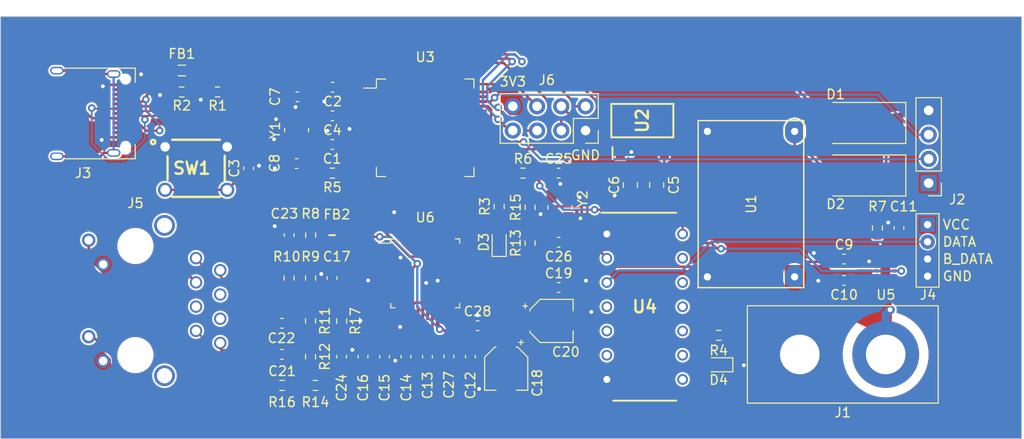
<source format=kicad_pcb>
(kicad_pcb (version 20221018) (generator pcbnew)
  (layers (0 "F.Cu" signal) (31 "B.Cu" signal) (34 "B.Paste" user) (35 "F.Paste" user) (36 "B.SilkS" user "B.Silkscreen") (37 "F.SilkS" user "F.Silkscreen") (38 "B.Mask" user) (39 "F.Mask" user) (44 "Edge.Cuts" user))
  (net 0 "")
  (net 1 "+3V3")
  (net 2 "GND")
  (net 3 "Net-(U3-NRST)")
  (net 4 "Net-(U3-VREF+)")
  (net 5 "+5V")
  (net 6 "Net-(U3-PF0)")
  (net 7 "Net-(C8-Pad1)")
  (net 8 "+12V")
  (net 9 "VDD")
  (net 10 "+3.3VA")
  (net 11 "ETH_RX+")
  (net 12 "ETH_RX-")
  (net 13 "Net-(J5-CT)")
  (net 14 "Net-(C24-Pad1)")
  (net 15 "Net-(C25-Pad1)")
  (net 16 "Net-(U6-XI{slash}CLKIN)")
  (net 17 "Net-(U6-TOCAP)")
  (net 18 "Net-(U6-1V2O)")
  (net 19 "Net-(D1-A)")
  (net 20 "Net-(D2-A)")
  (net 21 "/TEST_LED")
  (net 22 "Net-(D3-A)")
  (net 23 "Net-(D4-A)")
  (net 24 "Net-(FB1-Pad1)")
  (net 25 "ESP_IO2")
  (net 26 "ESP_IO0")
  (net 27 "ESP_RX")
  (net 28 "ESP_TX")
  (net 29 "ESP_EN")
  (net 30 "ESP_RSTn")
  (net 31 "STM_SWDIO")
  (net 32 "STM_SWCLK")
  (net 33 "Net-(J3-CC1)")
  (net 34 "USB_D+")
  (net 35 "USB_D-")
  (net 37 "Net-(J3-CC2)")
  (net 39 "unconnected-(J3-SHIELD-PadS1)")
  (net 40 "LED_DATA_5V")
  (net 44 "ETH_TX-")
  (net 45 "ETH_TX+")
  (net 46 "ETH_LED_ACT")
  (net 47 "ETH_LED_LNK")
  (net 48 "Net-(U3-PF1)")
  (net 49 "Net-(U5-PG)")
  (net 50 "LED_PWR_OK")
  (net 51 "Net-(U5-BLEED)")
  (net 52 "Net-(U6-XO)")
  (net 53 "Net-(U6-LINKLED)")
  (net 54 "Net-(U6-ACTLED)")
  (net 55 "Net-(U6-EXRES1)")
  (net 65 "ETH_SCLK")
  (net 66 "ETH_MOSI")
  (net 67 "ETH_INTn")
  (net 68 "ETH_SCSn")
  (net 69 "ETH_RSTn")
  (net 70 "ETH_MISO")
  (net 80 "LED_PWR_EN")
  (net 81 "LED_DATA")
  (net 122 "C_RX+")
  (net 123 "C_RX-")
  (footprint "Capacitor_SMD:C_0603_1608Metric" (layer "F.Cu") (at 149.8 83.9125 180)
    (fp_text reference "C2")
    (fp_text value "4.7uF")
  )
  (footprint "Capacitor_SMD:C_0603_1608Metric" (layer "F.Cu") (at 164.9884 108.9009 180)
    (fp_text reference "C28")
    (fp_text value "10nF")
  )
  (footprint "Custom Connectors:1x02 M4 RING" (layer "F.Cu") (at 203.25 111.9125 180)
    (fp_text reference "J1")
    (fp_text value "EXT_PWR_CONN")
  )
  (footprint "Capacitor_SMD:C_0603_1608Metric" (layer "F.Cu") (at 150.7384 112.1509 90)
    (fp_text reference "C24")
    (fp_text value "10nF")
  )
  (footprint "Resistor_SMD:R_0603_1608Metric" (layer "F.Cu") (at 147.4884 108.4009 90)
    (fp_text reference "R11")
    (fp_text value "49.9")
  )
  (footprint "Capacitor_SMD:C_0603_1608Metric" (layer "F.Cu") (at 149.7384 103.9009 90)
    (fp_text reference "C17")
    (fp_text value "0.1uF")
  )
  (footprint "Capacitor_SMD:C_0603_1608Metric" (layer "F.Cu") (at 209.1365 98.6625 -90)
    (fp_text reference "C11")
    (fp_text value "0.1uF")
  )
  (footprint "Connector_USB:USB_C_Receptacle_Amphenol_12401610E4-2A" (layer "F.Cu") (at 123.75 86.6625 -90)
    (fp_text reference "J3")
    (fp_text value "USB_C_Receptacle_USB2.0_16P")
  )
  (footprint "Resistor_SMD:R_0603_1608Metric" (layer "F.Cu") (at 134 84.4125 180)
    (fp_text reference "R2")
    (fp_text value "5.11K")
  )
  (footprint "Resistor_SMD:R_0603_1608Metric" (layer "F.Cu") (at 167.25 96.4125 -90)
    (fp_text reference "R3")
    (fp_text value "100K")
  )
  (footprint "Capacitor_SMD:C_0603_1608Metric" (layer "F.Cu") (at 141 92.4125 90)
    (fp_text reference "C3")
    (fp_text value "0.1uF")
  )
  (footprint "Resistor_SMD:R_0603_1608Metric" (layer "F.Cu") (at 147.4884 103.9009 90)
    (fp_text reference "R9")
    (fp_text value "49.9")
  )
  (footprint "Capacitor_SMD:C_0805_2012Metric" (layer "F.Cu") (at 181 94.1625 -90)
    (fp_text reference "C6")
    (fp_text value "10uF")
  )
  (footprint "Capacitor_SMD:C_0603_1608Metric" (layer "F.Cu") (at 144.4884 111.9009)
    (fp_text reference "C21")
    (fp_text value "6.8nF")
  )
  (footprint "Capacitor_SMD:C_0603_1608Metric" (layer "F.Cu") (at 173.4884 100.1625 180)
    (fp_text reference "C26")
    (fp_text value "30pF")
  )
  (footprint "Resistor_SMD:R_0603_1608Metric" (layer "F.Cu") (at 145.2384 103.9009 90)
    (fp_text reference "R10")
    (fp_text value "49.9")
  )
  (footprint "Connector_PinSocket_2.54mm:PinSocket_2x04_P2.54mm_Vertical" (layer "F.Cu") (at 176.3 88.4525 -90)
    (fp_text reference "J6")
    (fp_text value "Conn_02x04_Top_Bottom")
  )
  (footprint "Capacitor_SMD:C_0603_1608Metric" (layer "F.Cu") (at 152.9884 112.1509 -90)
    (fp_text reference "C16")
    (fp_text value "0.1uF")
  )
  (footprint "SamacSys_Parts:FSM4JH" (layer "F.Cu") (at 135.5 92.4125)
    (fp_text reference "SW1")
    (fp_text value "FSM4JH" hide)
  )
  (footprint "Resistor_SMD:R_0603_1608Metric" (layer "F.Cu") (at 190.25 109.9125 180)
    (fp_text reference "R4")
    (fp_text value "100K")
  )
  (footprint "SnapEDA Library:XTAL_ABM8-48.000MHZ-B2-T" (layer "F.Cu") (at 173.6134 96.5009 180)
    (fp_text reference "Y2")
    (fp_text value "ABM8-25.000MHZ-B2-T")
  )
  (footprint "Capacitor_SMD:C_0603_1608Metric" (layer "F.Cu") (at 146.025 91.9125 180)
    (fp_text reference "C8")
    (fp_text value "30pF")
  )
  (footprint "Capacitor_SMD:C_0603_1608Metric" (layer "F.Cu") (at 203.3865 104.1625)
    (fp_text reference "C10")
    (fp_text value "1uF")
  )
  (footprint "Package_QFP:LQFP-64_10x10mm_P0.5mm" (layer "F.Cu") (at 159.5 88.1625)
    (fp_text reference "U3")
    (fp_text value "STM32G0B0RETx")
  )
  (footprint "Resistor_SMD:R_0603_1608Metric" (layer "F.Cu") (at 149.775 92.9125)
    (fp_text reference "R5")
    (fp_text value "330")
  )
  (footprint "SamacSys_Parts:DIP794W53P254L1930H508Q14N" (layer "F.Cu") (at 182.5 106.9125)
    (fp_text reference "U4")
    (fp_text value "SN74AHCT125N" hide)
  )
  (footprint "Resistor_SMD:R_0603_1608Metric" (layer "F.Cu") (at 150.75 108.4125 -90)
    (fp_text reference "R17")
    (fp_text value "12.4K")
  )
  (footprint "Diode_SMD:D_SMA-SMB_Universal_Handsoldering" (layer "F.Cu") (at 204.9 93.1625 180)
    (fp_text reference "D2")
    (fp_text value "D_Schottky")
  )
  (footprint "Capacitor_SMD:C_0603_1608Metric" (layer "F.Cu") (at 144.4884 108.6509)
    (fp_text reference "C22")
    (fp_text value "6.8nF")
  )
  (footprint "SnapEDA Library:XTAL_ABM8-48.000MHZ-B2-T" (layer "F.Cu") (at 146.025 88.4125)
    (fp_text reference "Y1")
    (fp_text value "ABM8-48.000MHZ-B2-T")
  )
  (footprint "Resistor_SMD:R_0603_1608Metric" (layer "F.Cu") (at 169.75 92.9125 180)
    (fp_text reference "R6")
    (fp_text value "100K")
  )
  (footprint "Inductor_SMD:L_0805_2012Metric" (layer "F.Cu") (at 134 82.1625)
    (fp_text reference "FB1")
    (fp_text value "100R")
  )
  (footprint "Capacitor_SMD:C_0603_1608Metric" (layer "F.Cu") (at 173.4884 92.9125)
    (fp_text reference "C25")
    (fp_text value "30pF")
  )
  (footprint "Resistor_SMD:R_0603_1608Metric" (layer "F.Cu") (at 170.4884 100.2509 -90)
    (fp_text reference "R13")
    (fp_text value "1M")
  )
  (footprint "LED_SMD:LED_0603_1608Metric" (layer "F.Cu") (at 190.25 113 180)
    (fp_text reference "D4")
    (fp_text value "LED")
  )
  (footprint "SamacSys_Parts:BLM18SP221SN1B" (layer "F.Cu") (at 149.75 99.4125 90)
    (fp_text reference "FB2")
    (fp_text value "BLM18PG121SN1D" hide)
  )
  (footprint "Capacitor_SMD:C_0603_1608Metric" (layer "F.Cu") (at 149.775 86.9125 180)
    (fp_text reference "C4")
    (fp_text value "0.1uF")
  )
  (footprint "SamacSys_Parts:SOT230P700X180-4N" (layer "F.Cu") (at 182.25 87.4125 90)
    (fp_text reference "U2")
    (fp_text value "NCV1117ST33T3G" hide)
  )
  (footprint "RB1-125BAG1A:WIZNET_RB1-125BAG1A" (layer "F.Cu") (at 129.1394 106.2667 -90)
    (fp_text reference "J5")
    (fp_text value "RB1-125BAG1A")
  )
  (footprint "Resistor_SMD:R_0603_1608Metric" (layer "F.Cu") (at 144.5 115.1625 180)
    (fp_text reference "R16")
    (fp_text value "220")
  )
  (footprint "Capacitor_SMD:C_0603_1608Metric" (layer "F.Cu") (at 164.2384 112.1509 -90)
    (fp_text reference "C12")
    (fp_text value "0.1uF")
  )
  (footprint "Capacitor_SMD:C_0603_1608Metric" (layer "F.Cu") (at 173.4884 104.9009)
    (fp_text reference "C19")
    (fp_text value "0.1uF")
  )
  (footprint "Capacitor_SMD:CP_Elec_4x5.3" (layer "F.Cu") (at 167.9884 113.4009 -90)
    (fp_text reference "C18")
    (fp_text value "10uF")
  )
  (footprint "Resistor_SMD:R_0603_1608Metric" (layer "F.Cu") (at 137.75 84.4125 180)
    (fp_text reference "R1")
    (fp_text value "5.11K")
  )
  (footprint "Diode_SMD:D_SMA-SMB_Universal_Handsoldering" (layer "F.Cu") (at 204.9 87.6625 180)
    (fp_text reference "D1")
    (fp_text value "D_Schottky")
  )
  (footprint "Capacitor_SMD:CP_Elec_4x5.3" (layer "F.Cu") (at 172.7384 108.4009)
    (fp_text reference "C20")
    (fp_text value "10uF")
  )
  (footprint "Capacitor_SMD:C_0603_1608Metric" (layer "F.Cu") (at 161.9884 112.1259 90)
    (fp_text reference "C27")
    (fp_text value "4.7uF")
  )
  (footprint "Custom Connectors:LED Strip Connector" (layer "F.Cu") (at 212.1865 101.0125 -90)
    (fp_text reference "J4")
    (fp_text value "WS2815")
  )
  (footprint "Package_QFP:LQFP-48_7x7mm_P0.5mm" (layer "F.Cu") (at 159.5 103.4125)
    (fp_text reference "U6")
    (fp_text value "W5500")
  )
  (footprint "Capacitor_SMD:C_0603_1608Metric" (layer "F.Cu") (at 155.2384 112.1509 -90)
    (fp_text reference "C15")
    (fp_text value "0.1uF")
  )
  (footprint "Resistor_SMD:R_0603_1608Metric" (layer "F.Cu") (at 147.4884 112.1509 -90)
    (fp_text reference "R12")
    (fp_text value "49.9")
  )
  (footprint "Capacitor_SMD:C_0805_2012Metric" (layer "F.Cu") (at 183.75 94.1625 -90)
    (fp_text reference "C5")
    (fp_text value "10uF")
  )
  (footprint "Capacitor_SMD:C_0603_1608Metric" (layer "F.Cu") (at 145.25 99.4125 90)
    (fp_text reference "C23")
    (fp_text value "0.1uF")
  )
  (footprint "Connector_PinHeader_2.54mm:PinHeader_1x04_P2.54mm_Vertical" (layer "F.Cu") (at 212.25 93.9625 180)
    (fp_text reference "J2")
    (fp_text value "SWD_CONN")
  )
  (footprint "Resistor_SMD:R_0603_1608Metric" (layer "F.Cu") (at 170.4884 96.5009 -90)
    (fp_text reference "R15")
    (fp_text value "330")
  )
  (footprint "Resistor_SMD:R_0603_1608Metric" (layer "F.Cu") (at 147.5 99.4125 -90)
    (fp_text reference "R8")
    (fp_text value "10")
  )
  (footprint "Mini360_step-down:Mini360_step-down" (layer "F.Cu") (at 193.6365 96.1625 90)
    (fp_text reference "U1")
    (fp_text value "Mini360")
  )
  (footprint "Capacitor_SMD:C_0603_1608Metric" (layer "F.Cu") (at 146.1 84.9125)
    (fp_text reference "C7")
    (fp_text value "30pF")
  )
  (footprint "Capacitor_SMD:C_0603_1608Metric" (layer "F.Cu") (at 157.4884 112.1509 -90)
    (fp_text reference "C14")
    (fp_text value "0.1uF")
  )
  (footprint "Capacitor_SMD:C_0603_1608Metric" (layer "F.Cu") (at 149.775 89.9125 180)
    (fp_text reference "C1")
    (fp_text value "0.1uF")
  )
  (footprint "LED_SMD:LED_0603_1608Metric" (layer "F.Cu") (at 167.25 100.1625 90)
    (fp_text reference "D3")
    (fp_text value "LED")
  )
  (footprint "Capacitor_SMD:C_0603_1608Metric" (layer "F.Cu") (at 203.3865 101.9125)
    (fp_text reference "C9")
    (fp_text value "1uF")
  )
  (footprint "Resistor_SMD:R_0603_1608Metric" (layer "F.Cu") (at 206.8865 98.6625 90)
    (fp_text reference "R7")
    (fp_text value "100")
  )
  (footprint "SamacSys_Parts:DML3006LFDS7" (layer "F.Cu") (at 207.7165 102.9125 -90)
    (fp_text reference "U5")
    (fp_text value "DML3006LFDS-7" hide)
  )
  (footprint "Capacitor_SMD:C_0603_1608Metric" (layer "F.Cu") (at 159.7384 112.1509 -90)
    (fp_text reference "C13")
    (fp_text value "0.1uF")
  )
  (footprint "Resistor_SMD:R_0603_1608Metric" (layer "F.Cu") (at 148 115.1625 180)
    (fp_text reference "R14")
    (fp_text value "220")
  )
  (gr_rect (start 115 76.5) (end 222 120.75) (stroke (width 0.1)) (fill none) (layer "Edge.Cuts"))
  (segment (start 204.1615 104.1625) (end 205.1615 103.1625) (width 0.25) (layer "F.Cu") (net 1))
  (segment (start 205.1615 103.1625) (end 206.7965 103.1625) (width 0.25) (layer "F.Cu") (net 1))
  (segment (start 159.75 107.575) (end 159.75 106.6372) (width 0.25) (layer "F.Cu") (net 2))
  (segment (start 129.7333 82.5564) (end 129.7333 83.6261) (width 0.25) (layer "F.Cu") (net 2))
  (segment (start 157.4884 112.9259) (end 159.7384 112.9259) (width 0.25) (layer "F.Cu") (net 2))
  (segment (start 156.8163 101.6625) (end 155.3375 101.6625) (width 0.25) (layer "F.Cu") (net 2))
  (segment (start 141.5019 92.1394) (end 141 91.6375) (width 0.25) (layer "F.Cu") (net 2))
  (segment (start 176.9022 107.4603) (end 175.479 107.4603) (width 0.25) (layer "F.Cu") (net 2))
  (segment (start 161.9884 112.9134) (end 161.9884 112.9009) (width 0.25) (layer "F.Cu") (net 2))
  (segment (start 129.7333 83.6261) (end 129.4469 83.9125) (width 0.25) (layer "F.Cu") (net 2))
  (segment (start 132.8478 84.7397) (end 133.175 84.4125) (width 0.25) (layer "F.Cu") (net 2))
  (segment (start 151.6954 88.4125) (end 153.825 88.4125) (width 0.25) (layer "F.Cu") (net 2))
  (segment (start 151.5992 108.3883) (end 150.75 109.2375) (width 0.25) (layer "F.Cu") (net 2))
  (segment (start 172.3125 97.6509) (end 171.8865 97.6509) (width 0.25) (layer "F.Cu") (net 2))
  (segment (start 156.8718 109.0251) (end 157.25 108.6469) (width 0.25) (layer "F.Cu") (net 2))
  (segment (start 174.4884 95.3509) (end 175.3403 95.3509) (width 0.25) (layer "F.Cu") (net 2))
  (segment (start 175.479 107.4603) (end 174.5384 108.4009) (width 0.25) (layer "F.Cu") (net 2))
  (segment (start 148.025 84.9125) (end 149.025 83.9125) (width 0.25) (layer "F.Cu") (net 2))
  (segment (start 202.5853 104.1887) (end 202.6115 104.1625) (width 0.25) (layer "F.Cu") (net 2))
  (segment (start 126.1214 89.4342) (end 126.3931 89.1625) (width 0.25) (layer "F.Cu") (net 2))
  (segment (start 172.3125 97.6509) (end 172.7134 98.0518) (width 0.25) (layer "F.Cu") (net 2))
  (segment (start 144.0999 89.3643) (end 144.2981 89.5625) (width 0.25) (layer "F.Cu") (net 2))
  (segment (start 151.5704 88.2875) (end 151.6954 88.4125) (width 0.25) (layer "F.Cu") (net 2))
  (segment (start 146.9 87.2625) (end 147.7519 87.2625) (width 0.25) (layer "F.Cu") (net 2))
  (segment (start 135.9832 85.2193) (end 136.1182 85.2193) (width 0.25) (layer "F.Cu") (net 2))
  (segment (start 156.3634 112.9259) (end 157.4884 112.9259) (width 0.25) (layer "F.Cu") (net 2))
  (segment (start 156.9163 101.7625) (end 156.8163 101.6625) (width 0.25) (layer "F.Cu") (net 2))
  (segment (start 127.07 89.1625) (end 126.3931 89.1625) (width 0.25) (layer "F.Cu") (net 2))
  (segment (start 125.6061 89.4342) (end 126.1214 89.4342) (width 0.25) (layer "F.Cu") (net 2))
  (segment (start 145.9158 86.0004) (end 146.201 86.2856) (width 0.25) (layer "F.Cu") (net 2))
  (segment (start 192.8919 113.0472) (end 191.0847 113.0472) (width 0.25) (layer "F.Cu") (net 2))
  (segment (start 176.3397 104.1811) (end 174.9832 104.1811) (width 0.25) (layer "F.Cu") (net 2))
  (segment (start 159.6012 106.4884) (end 158.465 106.4884) (width 0.25) (layer "F.Cu") (net 2))
  (segment (start 158.465 106.4884) (end 158.25 106.7034) (width 0.25) (layer "F.Cu") (net 2))
  (segment (start 148.6134 103.4849) (end 149.3794 103.4849) (width 0.25) (layer "F.Cu") (net 2))
  (segment (start 146.9 87.2625) (end 146.9 86.2856) (width 0.25) (layer "F.Cu") (net 2))
  (segment (start 165.1435 115.5244) (end 167.6649 115.5244) (width 0.25) (layer "F.Cu") (net 2))
  (segment (start 159.6012 104.4196) (end 159.6012 106.4884) (width 0.25) (layer "F.Cu") (net 2))
  (segment (start 200.2195 101.283) (end 201.982 101.283) (width 0.25) (layer "F.Cu") (net 2))
  (segment (start 161.9759 112.9259) (end 161.9884 112.9134) (width 0.25) (layer "F.Cu") (net 2))
  (segment (start 145.15 89.5625) (end 144.2981 89.5625) (width 0.25) (layer "F.Cu") (net 2))
  (segment (start 159.7384 112.9259) (end 161.9759 112.9259) (width 0.25) (layer "F.Cu") (net 2))
  (segment (start 179.95 90.8125) (end 180.7519 90.8125) (width 0.25) (layer "F.Cu") (net 2))
  (segment (start 161.9884 112.9134) (end 164.2259 112.9134) (width 0.25) (layer "F.Cu") (net 2))
  (segment (start 179.3502 95.267) (end 180.8455 95.267) (width 0.25) (layer "F.Cu") (net 2))
  (segment (start 152.9884 112.9259) (end 155.2384 112.9259) (width 0.25) (layer "F.Cu") (net 2))
  (segment (start 154.0247 104.6625) (end 155.3375 104.6625) (width 0.25) (layer "F.Cu") (net 2))
  (segment (start 146.201 86.2856) (end 146.9 86.2856) (width 0.25) (layer "F.Cu") (net 2))
  (segment (start 201.982 101.283) (end 202.6115 101.9125) (width 0.25) (layer "F.Cu") (net 2))
  (segment (start 163.6439 104.1811) (end 163.6625 104.1625) (width 0.25) (layer "F.Cu") (net 2))
  (segment (start 160.8074 104.1811) (end 163.6439 104.1811) (width 0.25) (layer "F.Cu") (net 2))
  (segment (start 152.7125 108.3883) (end 151.5992 108.3883) (width 0.25) (layer "F.Cu") (net 2))
  (segment (start 171.5888 97.2128) (end 171.8865 97.5105) (width 0.25) (layer "F.Cu") (net 2))
  (segment (start 151.8634 111.4277) (end 150.7902 111.4277) (width 0.25) (layer "F.Cu") (net 2))
  (segment (start 181.1 90.7019) (end 180.8625 90.7019) (width 0.25) (layer "F.Cu") (net 2))
  (segment (start 149.2543 88.4744) (end 149 88.7287) (width 0.25) (layer "F.Cu") (net 2))
  (segment (start 181 95.1125) (end 183.75 95.1125) (width 0.25) (layer "F.Cu") (net 2))
  (segment (start 191.0847 113.0472) (end 191.0375 113) (width 0.25) (layer "F.Cu") (net 2))
  (segment (start 149.3794 103.4849) (end 149.7384 103.1259) (width 0.25) (layer "F.Cu") (net 2))
  (segment (start 180.8625 90.7019) (end 180.7519 90.8125) (width 0.25) (layer "F.Cu") (net 2))
  (segment (start 200.6836 104.1887) (end 202.5853 104.1887) (width 0.25) (layer "F.Cu") (net 2))
  (segment (start 127.07 89.1625) (end 127.7469 89.1625) (width 0.25) (layer "F.Cu") (net 2))
  (segment (start 165.0073 107.8006) (end 165.7634 108.5567) (width 0.25) (layer "F.Cu") (net 2))
  (segment (start 143.7335 98.4719) (end 145.0844 98.4719) (width 0.25) (layer "F.Cu") (net 2))
  (segment (start 148.925 85.4125) (end 147.375 85.4125) (width 0.25) (layer "F.Cu") (net 2))
  (segment (start 143.746 92.4019) (end 144.7606 92.4019) (width 0.25) (layer "F.Cu") (net 2))
  (segment (start 172.7134 98.0518) (end 172.7134 100.1625) (width 0.25) (layer "F.Cu") (net 2))
  (segment (start 208.9271 98.0969) (end 209.1365 97.8875) (width 0.25) (layer "F.Cu") (net 2))
  (segment (start 136.1182 85.2193) (end 136.925 84.4125) (width 0.25) (layer "F.Cu") (net 2))
  (segment (start 142.0844 92.1394) (end 141.5019 92.1394) (width 0.25) (layer "F.Cu") (net 2))
  (segment (start 144.7606 92.4019) (end 145.25 91.9125) (width 0.25) (layer "F.Cu") (net 2))
  (segment (start 164.2259 112.9134) (end 164.2384 112.9259) (width 0.25) (layer "F.Cu") (net 2))
  (segment (start 125.8726 83.6625) (end 127.07 83.6625) (width 0.25) (layer "F.Cu") (net 2))
  (segment (start 174.9832 104.1811) (end 174.2634 104.9009) (width 0.25) (layer "F.Cu") (net 2))
  (segment (start 148.1019 86.9125) (end 147.7519 87.2625) (width 0.25) (layer "F.Cu") (net 2))
  (segment (start 174.2634 93.4407) (end 174.2634 92.9125) (width 0.25) (layer "F.Cu") (net 2))
  (segment (start 156.2488 97.0156) (end 156.75 97.5168) (width 0.25) (layer "F.Cu") (net 2))
  (segment (start 147.375 85.4125) (end 146.875 84.9125) (width 0.25) (layer "F.Cu") (net 2))
  (segment (start 171.8865 97.5105) (end 171.8865 97.6509) (width 0.25) (layer "F.Cu") (net 2))
  (segment (start 158.25 106.7034) (end 158.25 107.575) (width 0.25) (layer "F.Cu") (net 2))
  (segment (start 149 86.9125) (end 148.1019 86.9125) (width 0.25) (layer "F.Cu") (net 2))
  (segment (start 180.8455 95.267) (end 181 95.1125) (width 0.25) (layer "F.Cu") (net 2))
  (segment (start 172.7384 97.6509) (end 172.3125 97.6509) (width 0.25) (layer "F.Cu") (net 2))
  (segment (start 127.9969 89.4125) (end 127.7469 89.1625) (width 0.25) (layer "F.Cu") (net 2))
  (segment (start 146.875 84.9125) (end 148.025 84.9125) (width 0.25) (layer "F.Cu") (net 2))
  (segment (start 157.25 108.6469) (end 157.25 107.575) (width 0.25) (layer "F.Cu") (net 2))
  (segment (start 175.4501 95.4607) (end 175.3403 95.3509) (width 0.25) (layer "F.Cu") (net 2))
  (segment (start 208.0115 98.0969) (end 208.9271 98.0969) (width 0.25) (layer "F.Cu") (net 2))
  (segment (start 175.6877 95.4607) (end 175.4501 95.4607) (width 0.25) (layer "F.Cu") (net 2))
  (segment (start 155.2384 112.9259) (end 156.3634 112.9259) (width 0.25) (layer "F.Cu") (net 2))
  (segment (start 165.7634 108.5567) (end 165.7634 108.9009) (width 0.25) (layer "F.Cu") (net 2))
  (segment (start 131.7161 84.7397) (end 132.8478 84.7397) (width 0.25) (layer "F.Cu") (net 2))
  (segment (start 150.7902 111.4277) (end 150.7384 111.3759) (width 0.25) (layer "F.Cu") (net 2))
  (segment (start 167.6649 115.5244) (end 167.9884 115.2009) (width 0.25) (layer "F.Cu") (net 2))
  (segment (start 145.0844 98.4719) (end 145.25 98.6375) (width 0.25) (layer "F.Cu") (net 2))
  (segment (start 153.5204 104.1582) (end 154.0247 104.6625) (width 0.25) (layer "F.Cu") (net 2))
  (segment (start 156.75 97.5168) (end 156.75 99.25) (width 0.25) (layer "F.Cu") (net 2))
  (segment (start 128.77 89.4125) (end 127.9969 89.4125) (width 0.25) (layer "F.Cu") (net 2))
  (segment (start 128.77 83.9125) (end 129.4469 83.9125) (width 0.25) (layer "F.Cu") (net 2))
  (segment (start 149 88.7287) (end 149 89.9125) (width 0.25) (layer "F.Cu") (net 2))
  (segment (start 143.6589 89.3643) (end 144.0999 89.3643) (width 0.25) (layer "F.Cu") (net 2))
  (segment (start 159.75 106.6372) (end 159.6012 106.4884) (width 0.25) (layer "F.Cu") (net 2))
  (segment (start 173.6595 94.0446) (end 174.2634 93.4407) (width 0.25) (layer "F.Cu") (net 2))
  (segment (start 156.3634 112.568) (end 156.3634 112.9259) (width 0.25) (layer "F.Cu") (net 2))
  (segment (start 125.7249 83.8102) (end 125.8726 83.6625) (width 0.25) (layer "F.Cu") (net 2))
  (via (at 208.0115 98.0969) (size 0.8) (drill 0.4) (layers "F.Cu" "B.Cu") (net 2))
  (via (at 181.1 90.7019) (size 0.8) (drill 0.4) (layers "F.Cu" "B.Cu") (net 2))
  (via (at 152.7125 108.3883) (size 0.8) (drill 0.4) (layers "F.Cu" "B.Cu") (net 2))
  (via (at 156.8718 109.0251) (size 0.8) (drill 0.4) (layers "F.Cu" "B.Cu") (net 2))
  (via (at 145.9158 86.0004) (size 0.8) (drill 0.4) (layers "F.Cu" "B.Cu") (net 2))
  (via (at 160.8074 104.1811) (size 0.8) (drill 0.4) (layers "F.Cu" "B.Cu") (net 2))
  (via (at 143.7335 98.4719) (size 0.8) (drill 0.4) (layers "F.Cu" "B.Cu") (net 2))
  (via (at 125.7249 83.8102) (size 0.8) (drill 0.4) (layers "F.Cu" "B.Cu") (net 2))
  (via (at 148.925 85.4125) (size 0.8) (drill 0.4) (layers "F.Cu" "B.Cu") (net 2))
  (via (at 148.6134 103.4849) (size 0.8) (drill 0.4) (layers "F.Cu" "B.Cu") (net 2))
  (via (at 175.6877 95.4607) (size 0.8) (drill 0.4) (layers "F.Cu" "B.Cu") (net 2))
  (via (at 165.1435 115.5244) (size 0.8) (drill 0.4) (layers "F.Cu" "B.Cu") (net 2))
  (via (at 149.2543 88.4744) (size 0.8) (drill 0.4) (layers "F.Cu" "B.Cu") (net 2))
  (via (at 125.6061 89.4342) (size 0.8) (drill 0.4) (layers "F.Cu" "B.Cu") (net 2))
  (via (at 143.746 92.4019) (size 0.8) (drill 0.4) (layers "F.Cu" "B.Cu") (net 2))
  (via (at 192.8919 113.0472) (size 0.8) (drill 0.4) (layers "F.Cu" "B.Cu") (net 2))
  (via (at 200.6836 104.1887) (size 0.8) (drill 0.4) (layers "F.Cu" "B.Cu") (net 2))
  (via (at 200.2195 101.283) (size 0.8) (drill 0.4) (layers "F.Cu" "B.Cu") (net 2))
  (via (at 159.6012 104.4196) (size 0.8) (drill 0.4) (layers "F.Cu" "B.Cu") (net 2))
  (via (at 135.9832 85.2193) (size 0.8) (drill 0.4) (layers "F.Cu" "B.Cu") (net 2))
  (via (at 173.6595 94.0446) (size 0.8) (drill 0.4) (layers "F.Cu" "B.Cu") (net 2))
  (via (at 143.6589 89.3643) (size 0.8) (drill 0.4) (layers "F.Cu" "B.Cu") (net 2))
  (via (at 131.7161 84.7397) (size 0.8) (drill 0.4) (layers "F.Cu" "B.Cu") (net 2))
  (via (at 156.9163 101.7625) (size 0.8) (drill 0.4) (layers "F.Cu" "B.Cu") (net 2))
  (via (at 176.9022 107.4603) (size 0.8) (drill 0.4) (layers "F.Cu" "B.Cu") (net 2))
  (via (at 176.3397 104.1811) (size 0.8) (drill 0.4) (layers "F.Cu" "B.Cu") (net 2))
  (via (at 179.3502 95.267) (size 0.8) (drill 0.4) (layers "F.Cu" "B.Cu") (net 2))
  (via (at 153.5204 104.1582) (size 0.8) (drill 0.4) (layers "F.Cu" "B.Cu") (net 2))
  (via (at 151.5704 88.2875) (size 0.8) (drill 0.4) (layers "F.Cu" "B.Cu") (net 2))
  (via (at 165.0073 107.8006) (size 0.8) (drill 0.4) (layers "F.Cu" "B.Cu") (net 2))
  (via (at 142.0844 92.1394) (size 0.8) (drill 0.4) (layers "F.Cu" "B.Cu") (net 2))
  (via (at 151.8634 111.4277) (size 0.8) (drill 0.4) (layers "F.Cu" "B.Cu") (net 2))
  (via (at 156.3634 112.568) (size 0.8) (drill 0.4) (layers "F.Cu" "B.Cu") (net 2))
  (via (at 129.7333 82.5564) (size 0.8) (drill 0.4) (layers "F.Cu" "B.Cu") (net 2))
  (via (at 156.2488 97.0156) (size 0.8) (drill 0.4) (layers "F.Cu" "B.Cu") (net 2))
  (via (at 171.5888 97.2128) (size 0.8) (drill 0.4) (layers "F.Cu" "B.Cu") (net 2))
  (segment (start 141 93.1875) (end 141.525 93.7125) (width 0.25) (layer "F.Cu") (net 3))
  (segment (start 154.668 89.9125) (end 153.825 89.9125) (width 0.25) (layer "F.Cu") (net 3))
  (segment (start 154.925 92.1553) (end 154.925 90.1697) (width 0.25) (layer "F.Cu") (net 3))
  (segment (start 138.75 94.6625) (end 140.225 93.1875) (width 0.25) (layer "F.Cu") (net 3))
  (segment (start 140.225 93.1875) (end 141 93.1875) (width 0.25) (layer "F.Cu") (net 3))
  (segment (start 141.525 93.7125) (end 153.368 93.7125) (width 0.25) (layer "F.Cu") (net 3))
  (segment (start 138.75 94.6625) (end 132.25 94.6625) (width 0.25) (layer "F.Cu") (net 3))
  (segment (start 153.368 93.7125) (end 154.925 92.1553) (width 0.25) (layer "F.Cu") (net 3))
  (segment (start 154.925 90.1697) (end 154.668 89.9125) (width 0.25) (layer "F.Cu") (net 3))
  (segment (start 151.05 87.4125) (end 150.55 86.9125) (width 0.25) (layer "F.Cu") (net 4))
  (segment (start 153.825 87.4125) (end 151.05 87.4125) (width 0.25) (layer "F.Cu") (net 4))
  (segment (start 184.55 90.8125) (end 184.55 92.4125) (width 0.25) (layer "F.Cu") (net 5))
  (segment (start 184.062 93.2125) (end 183.75 93.2125) (width 0.25) (layer "F.Cu") (net 5))
  (segment (start 205.342 95.6204) (end 186.47 95.6204) (width 0.25) (layer "F.Cu") (net 5))
  (segment (start 186.47 99.2925) (end 186.47 95.6204) (width 0.25) (layer "F.Cu") (net 5))
  (segment (start 186.47 95.6204) (end 184.062 93.2125) (width 0.25) (layer "F.Cu") (net 5))
  (segment (start 207.8 93.1625) (end 205.342 95.6204) (width 0.25) (layer "F.Cu") (net 5))
  (segment (start 207.8 93.1625) (end 207.8 87.6625) (width 0.25) (layer "F.Cu") (net 5))
  (segment (start 184.55 92.4125) (end 183.75 93.2125) (width 0.25) (layer "F.Cu") (net 5))
  (segment (start 145.15 85.0875) (end 145.325 84.9125) (width 0.25) (layer "F.Cu") (net 6))
  (segment (start 146.4 88.5875) (end 145.15 87.3375) (width 0.25) (layer "F.Cu") (net 6))
  (segment (start 145.15 87.3375) (end 145.15 87.2625) (width 0.25) (layer "F.Cu") (net 6))
  (segment (start 153.825 88.9125) (end 152.809 88.9125) (width 0.25) (layer "F.Cu") (net 6))
  (segment (start 147.75 88.5875) (end 146.4 88.5875) (width 0.25) (layer "F.Cu") (net 6))
  (segment (start 151.009 90.7125) (end 147.925 90.7125) (width 0.25) (layer "F.Cu") (net 6))
  (segment (start 152.809 88.9125) (end 151.009 90.7125) (width 0.25) (layer "F.Cu") (net 6))
  (segment (start 147.925 90.7125) (end 147.75 90.5375) (width 0.25) (layer "F.Cu") (net 6))
  (segment (start 145.15 87.2625) (end 145.15 85.0875) (width 0.25) (layer "F.Cu") (net 6))
  (segment (start 147.75 90.5375) (end 147.75 88.5875) (width 0.25) (layer "F.Cu") (net 6))
  (segment (start 146.8 91.9125) (end 146.8 89.6625) (width 0.25) (layer "F.Cu") (net 7))
  (segment (start 146.8 89.6625) (end 146.9 89.5625) (width 0.25) (layer "F.Cu") (net 7))
  (segment (start 148.95 92.9125) (end 147.8 92.9125) (width 0.25) (layer "F.Cu") (net 7))
  (segment (start 147.8 92.9125) (end 146.8 91.9125) (width 0.25) (layer "F.Cu") (net 7))
  (via (at 208.204 107.223) (size 1) (drill 0.5) (layers "F.Cu" "B.Cu") (net 8))
  (segment (start 207.75 111.912) (end 207.75 111.9125) (width 0.85) (layer "B.Cu") (net 8))
  (segment (start 208.204 107.223) (end 207.75 107.677) (width 0.85) (layer "B.Cu") (net 8))
  (segment (start 207.75 107.677) (end 207.75 111.912) (width 0.85) (layer "B.Cu") (net 8))
  (segment (start 145.2385 104.726) (end 145.2384 104.7259) (width 0.25) (layer "F.Cu") (net 10))
  (segment (start 156.4 105.405) (end 156.4 104.162) (width 0.25) (layer "F.Cu") (net 10))
  (segment (start 157.75 111.114) (end 157.75 107.575) (width 0.25) (layer "F.Cu") (net 10))
  (segment (start 155.238 111.376) (end 155.2385 111.376) (width 0.25) (layer "F.Cu") (net 10))
  (segment (start 147.4883 104.726) (end 147.4884 104.7259) (width 0.25) (layer "F.Cu") (net 10))
  (segment (start 164.238 111.376) (end 164.2383 111.376) (width 0.25) (layer "F.Cu") (net 10))
  (segment (start 163.85 111.376) (end 164.044 111.376) (width 0.25) (layer "F.Cu") (net 10))
  (segment (start 152.404 102.01) (end 154.379 102.01) (width 0.25) (layer "F.Cu") (net 10))
  (segment (start 160.75 109.008) (end 160.75 108.662) (width 0.25) (layer "F.Cu") (net 10))
  (segment (start 154.532 105.662) (end 155.3375 105.662) (width 0.25) (layer "F.Cu") (net 10))
  (segment (start 149.75 98.7375) (end 150.601 99.5884) (width 0.25) (layer "F.Cu") (net 10))
  (segment (start 167.9884 111.6009) (end 167.9881 111.6009) (width 0.25) (layer "F.Cu") (net 10))
  (segment (start 155.338 104.162) (end 156.4 104.162) (width 0.25) (layer "F.Cu") (net 10))
  (segment (start 164.2383 111.376) (end 164.2384 111.3759) (width 0.25) (layer "F.Cu") (net 10))
  (segment (start 157.488 111.376) (end 157.75 111.114) (width 0.25) (layer "F.Cu") (net 10))
  (segment (start 145.2385 104.726) (end 147.4883 104.726) (width 0.25) (layer "F.Cu") (net 10))
  (segment (start 158.75 110.388) (end 158.75 107.575) (width 0.25) (layer "F.Cu") (net 10))
  (segment (start 152.988 111.199) (end 152.988 111.174) (width 0.25) (layer "F.Cu") (net 10))
  (segment (start 159.7381 111.3759) (end 159.738 111.376) (width 0.25) (layer "F.Cu") (net 10))
  (segment (start 159.7384 111.3759) (end 159.7381 111.3759) (width 0.25) (layer "F.Cu") (net 10))
  (segment (start 164.044 111.376) (end 164.238 111.376) (width 0.25) (layer "F.Cu") (net 10))
  (segment (start 154.532 102.162) (end 155.3375 102.162) (width 0.25) (layer "F.Cu") (net 10))
  (segment (start 149.7384 104.6756) (end 149.7384 104.6759) (width 0.25) (layer "F.Cu") (net 10))
  (segment (start 167.988 111.601) (end 164.463 111.601) (width 0.25) (layer "F.Cu") (net 10))
  (segment (start 154.275 105.92) (end 154.532 105.662) (width 0.25) (layer "F.Cu") (net 10))
  (segment (start 164.044 111.376) (end 163.85 111.376) (width 0.25) (layer "F.Cu") (net 10))
  (segment (start 155.3375 102.1625) (end 155.3375 102.162) (width 0.25) (layer "F.Cu") (net 10))
  (segment (start 149.7384 104.6756) (end 152.404 102.01) (width 0.25) (layer "F.Cu") (net 10))
  (segment (start 160.75 108.662) (end 160.75 107.575) (width 0.25) (layer "F.Cu") (net 10))
  (segment (start 149.688 104.726) (end 149.7384 104.6756) (width 0.25) (layer "F.Cu") (net 10))
  (segment (start 152.988 111.376) (end 152.988 111.3759) (width 0.25) (layer "F.Cu") (net 10))
  (segment (start 155.3375 102.162) (end 156.143 102.162) (width 0.25) (layer "F.Cu") (net 10))
  (segment (start 167.9881 111.6009) (end 167.988 111.601) (width 0.25) (layer "F.Cu") (net 10))
  (segment (start 163.85 111.376) (end 163.463 111.376) (width 0.25) (layer "F.Cu") (net 10))
  (segment (start 155.3375 105.6625) (end 155.3375 105.662) (width 0.25) (layer "F.Cu") (net 10))
  (segment (start 156.4 104.162) (end 156.914 104.162) (width 0.25) (layer "F.Cu") (net 10))
  (segment (start 155.2385 111.376) (end 157.488 111.376) (width 0.25) (layer "F.Cu") (net 10))
  (segment (start 155.238 110.876) (end 155.238 111.376) (width 0.25) (layer "F.Cu") (net 10))
  (segment (start 152.988 111.3759) (end 152.988 111.199) (width 0.25) (layer "F.Cu") (net 10))
  (segment (start 154.379 102.01) (end 154.532 102.162) (width 0.25) (layer "F.Cu") (net 10))
  (segment (start 156.4 102.42) (end 156.4 104.162) (width 0.25) (layer "F.Cu") (net 10))
  (segment (start 154.275 109.912) (end 155.238 110.876) (width 0.25) (layer "F.Cu") (net 10))
  (segment (start 154.275 109.912) (end 154.275 105.92) (width 0.25) (layer "F.Cu") (net 10))
  (segment (start 147.5 98.5875) (end 148.923 98.5875) (width 0.25) (layer "F.Cu") (net 10))
  (segment (start 152.9884 111.3759) (end 152.988 111.3759) (width 0.25) (layer "F.Cu") (net 10))
  (segment (start 155.3375 105.662) (end 156.143 105.662) (width 0.25) (layer "F.Cu") (net 10))
  (segment (start 156.143 102.162) (end 156.4 102.42) (width 0.25) (layer "F.Cu") (net 10))
  (segment (start 163.463 111.376) (end 160.75 108.662) (width 0.25) (layer "F.Cu") (net 10))
  (segment (start 164.238 111.376) (end 164.044 111.376) (width 0.25) (layer "F.Cu") (net 10))
  (segment (start 159.738 111.376) (end 158.75 110.388) (width 0.25) (layer "F.Cu") (net 10))
  (segment (start 147.4883 104.726) (end 149.688 104.726) (width 0.25) (layer "F.Cu") (net 10))
  (segment (start 161.023 109.281) (end 160.75 109.008) (width 0.25) (layer "F.Cu") (net 10))
  (segment (start 150.601 99.5884) (end 154.733 99.5884) (width 0.25) (layer "F.Cu") (net 10))
  (segment (start 157.4885 111.376) (end 157.4884 111.3759) (width 0.25) (layer "F.Cu") (net 10))
  (segment (start 157.488 111.376) (end 157.4885 111.376) (width 0.25) (layer "F.Cu") (net 10))
  (segment (start 154.275 109.912) (end 152.988 111.199) (width 0.25) (layer "F.Cu") (net 10))
  (segment (start 155.3375 104.1625) (end 155.338 104.162) (width 0.25) (layer "F.Cu") (net 10))
  (segment (start 155.2385 111.376) (end 155.2384 111.3759) (width 0.25) (layer "F.Cu") (net 10))
  (segment (start 156.914 104.162) (end 158.67 102.406) (width 0.25) (layer "F.Cu") (net 10))
  (segment (start 149.073 98.7375) (end 149.75 98.7375) (width 0.25) (layer "F.Cu") (net 10))
  (segment (start 145.238 104.726) (end 145.2385 104.726) (width 0.25) (layer "F.Cu") (net 10))
  (segment (start 157.4885 111.376) (end 159.738 111.376) (width 0.25) (layer "F.Cu") (net 10))
  (segment (start 156.143 105.662) (end 156.4 105.405) (width 0.25) (layer "F.Cu") (net 10))
  (segment (start 164.463 111.601) (end 164.238 111.376) (width 0.25) (layer "F.Cu") (net 10))
  (segment (start 148.923 98.5875) (end 149.073 98.7375) (width 0.25) (layer "F.Cu") (net 10))
  (via (at 161.023 109.281) (size 0.8) (drill 0.4) (layers "F.Cu" "B.Cu") (net 10))
  (via (at 154.733 99.5884) (size 0.8) (drill 0.4) (layers "F.Cu" "B.Cu") (net 10))
  (via (at 158.67 102.406) (size 0.8) (drill 0.4) (layers "F.Cu" "B.Cu") (net 10))
  (segment (start 154.733 99.5884) (end 155.853 99.5884) (width 0.25) (layer "B.Cu") (net 10))
  (segment (start 158.67 102.406) (end 158.67 106.928) (width 0.25) (layer "B.Cu") (net 10))
  (segment (start 158.67 106.928) (end 161.023 109.281) (width 0.25) (layer "B.Cu") (net 10))
  (segment (start 155.853 99.5884) (end 158.67 102.406) (width 0.25) (layer "B.Cu") (net 10))
  (segment (start 154.206 103.138) (end 154.231 103.162) (width 0.2) (layer "F.Cu") (net 11))
  (segment (start 145.2635 111.901) (end 145.2634 111.9009) (width 0.25) (layer "F.Cu") (net 11))
  (segment (start 147.938 110.876) (end 147.938 109.964) (width 0.2) (layer "F.Cu") (net 11))
  (segment (start 147.938 109.964) (end 148.713 109.189) (width 0.2) (layer "F.Cu") (net 11))
  (segment (start 155.3375 103.1625) (end 155.3375 103.162) (width 0.25) (layer "F.Cu") (net 11))
  (segment (start 155.3375 103.162) (end 155.338 103.162) (width 0.2) (layer "F.Cu") (net 11))
  (segment (start 147.4883 111.3257) (end 147.938 110.876) (width 0.2) (layer "F.Cu") (net 11))
  (segment (start 148.713 109.189) (end 148.713 107.744) (width 0.2) (layer "F.Cu") (net 11))
  (segment (start 145.263 111.901) (end 145.2635 111.901) (width 0.2) (layer "F.Cu") (net 11))
  (segment (start 145.2635 111.901) (end 145.263 111.901) (width 0.25) (layer "F.Cu") (net 11))
  (segment (start 145.264 111.901) (end 145.2635 111.901) (width 0.25) (layer "F.Cu") (net 11))
  (segment (start 147.4884 111.3259) (end 147.4883 111.3258) (width 0.25) (layer "F.Cu") (net 11))
  (segment (start 145.264 111.901) (end 146.913 111.901) (width 0.2) (layer "F.Cu") (net 11))
  (segment (start 153.32 103.138) (end 154.206 103.138) (width 0.2) (layer "F.Cu") (net 11))
  (segment (start 147.4883 111.3258) (end 147.4883 111.3257) (width 0.25) (layer "F.Cu") (net 11))
  (segment (start 146.913 111.901) (end 147.4883 111.3257) (width 0.2) (layer "F.Cu") (net 11))
  (segment (start 154.231 103.162) (end 155.3375 103.162) (width 0.2) (layer "F.Cu") (net 11))
  (segment (start 145.2635 111.901) (end 145.264 111.901) (width 0.2) (layer "F.Cu") (net 11))
  (segment (start 148.713 107.744) (end 153.32 103.138) (width 0.2) (layer "F.Cu") (net 11))
  (segment (start 148.263 107.558) (end 148.263 107.989) (width 0.2) (layer "F.Cu") (net 12))
  (segment (start 150.746 104.543) (end 150.746 105.075) (width 0.2) (layer "F.Cu") (net 12))
  (segment (start 147.488 109.003) (end 147.4884 109.0034) (width 0.25) (layer "F.Cu") (net 12))
  (segment (start 155.338 102.662) (end 155.3375 102.662) (width 0.2) (layer "F.Cu") (net 12))
  (segment (start 151.753 103.536) (end 151.595 103.694) (width 0.2) (layer "F.Cu") (net 12))
  (segment (start 147.488 109.226) (end 145.838 109.226) (width 0.2) (layer "F.Cu") (net 12))
  (segment (start 151.595 104.226) (end 151.436 104.385) (width 0.2) (layer "F.Cu") (net 12))
  (segment (start 155.3375 102.662) (end 154.231 102.662) (width 0.2) (layer "F.Cu") (net 12))
  (segment (start 154.206 102.688) (end 152.868 102.688) (width 0.2) (layer "F.Cu") (net 12))
  (segment (start 154.231 102.662) (end 154.206 102.688) (width 0.2) (layer "F.Cu") (net 12))
  (segment (start 152.285 103.536) (end 151.753 103.536) (width 0.2) (layer "F.Cu") (net 12))
  (segment (start 151.595 103.694) (end 151.595 104.226) (width 0.2) (layer "F.Cu") (net 12))
  (segment (start 148.263 107.989) (end 147.976 108.276) (width 0.2) (layer "F.Cu") (net 12))
  (segment (start 147.4884 109.0034) (end 147.4884 109.2259) (width 0.25) (layer "F.Cu") (net 12))
  (segment (start 152.443 102.846) (end 152.443 103.378) (width 0.2) (layer "F.Cu") (net 12))
  (segment (start 147.488 108.333) (end 147.488 108.78) (width 0.2) (layer "F.Cu") (net 12))
  (segment (start 147.976 108.276) (end 147.545 108.276) (width 0.2) (layer "F.Cu") (net 12))
  (segment (start 150.746 105.075) (end 148.263 107.558) (width 0.2) (layer "F.Cu") (net 12))
  (segment (start 151.436 104.385) (end 150.904 104.385) (width 0.2) (layer "F.Cu") (net 12))
  (segment (start 152.602 102.687) (end 152.443 102.846) (width 0.2) (layer "F.Cu") (net 12))
  (segment (start 152.443 103.378) (end 152.285 103.536) (width 0.2) (layer "F.Cu") (net 12))
  (segment (start 155.3375 102.6625) (end 155.3375 102.662) (width 0.25) (layer "F.Cu") (net 12))
  (segment (start 152.868 102.688) (end 152.868 102.687) (width 0.2) (layer "F.Cu") (net 12))
  (segment (start 152.868 102.687) (end 152.602 102.687) (width 0.2) (layer "F.Cu") (net 12))
  (segment (start 145.2634 108.6514) (end 145.263 108.651) (width 0.2) (layer "F.Cu") (net 12))
  (segment (start 150.904 104.385) (end 150.746 104.543) (width 0.2) (layer "F.Cu") (net 12))
  (segment (start 145.2634 108.6514) (end 145.2634 108.6509) (width 0.25) (layer "F.Cu") (net 12))
  (segment (start 147.488 109.003) (end 147.488 109.226) (width 0.2) (layer "F.Cu") (net 12))
  (segment (start 147.488 109.003) (end 147.488 109.226) (width 0.25) (layer "F.Cu") (net 12))
  (segment (start 147.545 108.276) (end 147.488 108.333) (width 0.2) (layer "F.Cu") (net 12))
  (segment (start 145.838 109.226) (end 145.2634 108.6514) (width 0.2) (layer "F.Cu") (net 12))
  (segment (start 147.488 108.78) (end 147.488 109.003) (width 0.2) (layer "F.Cu") (net 12))
  (segment (start 147.488 108.78) (end 147.488 109.003) (width 0.25) (layer "F.Cu") (net 12))
  (segment (start 135.743 100.188) (end 134.513 101.417) (width 0.25) (layer "F.Cu") (net 13))
  (segment (start 147.5 100.238) (end 145.3 100.238) (width 0.25) (layer "F.Cu") (net 13))
  (segment (start 147.5 100.2375) (end 147.5 100.238) (width 0.25) (layer "F.Cu") (net 13))
  (segment (start 135.2445 104.1175) (end 135.245 104.1175) (width 0.25) (layer "F.Cu") (net 13))
  (segment (start 135 103.874) (end 135.001 103.874) (width 0.25) (layer "F.Cu") (net 13))
  (segment (start 145.3 100.238) (end 145.25 100.188) (width 0.25) (layer "F.Cu") (net 13))
  (segment (start 135.245 104.1175) (end 135.4884 104.3609) (width 0.25) (layer "F.Cu") (net 13))
  (segment (start 135.001 103.874) (end 135.2445 104.1175) (width 0.25) (layer "F.Cu") (net 13))
  (segment (start 134.513 101.417) (end 134.513 103.386) (width 0.25) (layer "F.Cu") (net 13))
  (segment (start 145.25 100.1875) (end 145.25 100.188) (width 0.25) (layer "F.Cu") (net 13))
  (segment (start 135.488 104.361) (end 135 103.874) (width 0.25) (layer "F.Cu") (net 13))
  (segment (start 134.513 103.386) (end 135 103.874) (width 0.25) (layer "F.Cu") (net 13))
  (segment (start 135.2445 104.1175) (end 135.488 104.361) (width 0.25) (layer "F.Cu") (net 13))
  (segment (start 145.25 100.188) (end 135.743 100.188) (width 0.25) (layer "F.Cu") (net 13))
  (segment (start 147.4883 107.576) (end 147.4884 107.5759) (width 0.25) (layer "F.Cu") (net 14))
  (segment (start 147.4883 112.976) (end 147.4884 112.9759) (width 0.25) (layer "F.Cu") (net 14))
  (segment (start 145.079 107.576) (end 144.488 108.167) (width 0.25) (layer "F.Cu") (net 14))
  (segment (start 147.488 107.576) (end 147.4883 107.576) (width 0.25) (layer "F.Cu") (net 14))
  (segment (start 147.488 107.576) (end 145.079 107.576) (width 0.25) (layer "F.Cu") (net 14))
  (segment (start 147.488 112.976) (end 147.4883 112.976) (width 0.25) (layer "F.Cu") (net 14))
  (segment (start 146.651 112.976) (end 147.0695 112.976) (width 0.25) (layer "F.Cu") (net 14))
  (segment (start 147.538 112.926) (end 150.738 112.926) (width 0.25) (layer "F.Cu") (net 14))
  (segment (start 146.651 112.976) (end 147.0695 112.976) (width 0.25) (layer "F.Cu") (net 14))
  (segment (start 147.488 112.976) (end 147.538 112.926) (width 0.25) (layer "F.Cu") (net 14))
  (segment (start 145.079 112.976) (end 146.651 112.976) (width 0.25) (layer "F.Cu") (net 14))
  (segment (start 147.0695 112.976) (end 147.488 112.976) (width 0.25) (layer "F.Cu") (net 14))
  (segment (start 147.0695 112.976) (end 147.488 112.976) (width 0.25) (layer "F.Cu") (net 14))
  (segment (start 144.488 108.167) (end 144.488 112.385) (width 0.25) (layer "F.Cu") (net 14))
  (segment (start 150.7383 112.926) (end 150.7384 112.9259) (width 0.25) (layer "F.Cu") (net 14))
  (segment (start 144.488 112.385) (end 145.079 112.976) (width 0.25) (layer "F.Cu") (net 14))
  (segment (start 150.738 112.926) (end 150.7383 112.926) (width 0.25) (layer "F.Cu") (net 14))
  (segment (start 172.713 93.0013) (end 172.713 93.0009) (width 0.25) (layer "F.Cu") (net 15))
  (segment (start 170.4884 95.6759) (end 172.413 95.6759) (width 0.25) (layer "F.Cu") (net 15))
  (segment (start 172.657 95.4321) (end 172.738 95.3509) (width 0.25) (layer "F.Cu") (net 15))
  (segment (start 172.576 95.5134) (end 172.657 95.4321) (width 0.25) (layer "F.Cu") (net 15))
  (segment (start 172.738 95.3509) (end 172.738 93.0259) (width 0.25) (layer "F.Cu") (net 15))
  (segment (start 172.657 95.4321) (end 172.738 95.3509) (width 0.25) (layer "F.Cu") (net 15))
  (segment (start 170.488 95.6759) (end 170.4884 95.6759) (width 0.25) (layer "F.Cu") (net 15))
  (segment (start 172.738 93.0259) (end 172.713 93.0013) (width 0.25) (layer "F.Cu") (net 15))
  (segment (start 172.7384 95.3509) (end 172.738 95.3509) (width 0.25) (layer "F.Cu") (net 15))
  (segment (start 172.713 93.0013) (end 172.713 93.0009) (width 0.25) (layer "F.Cu") (net 15))
  (segment (start 172.713 93.0009) (end 172.713 92.9125) (width 0.25) (layer "F.Cu") (net 15))
  (segment (start 172.7134 92.9125) (end 172.713 92.9125) (width 0.25) (layer "F.Cu") (net 15))
  (segment (start 172.576 95.5134) (end 172.657 95.4321) (width 0.25) (layer "F.Cu") (net 15))
  (segment (start 172.413 95.6759) (end 172.576 95.5134) (width 0.25) (layer "F.Cu") (net 15))
  (segment (start 171.863 100.801) (end 170.4881 99.4262) (width 0.25) (layer "F.Cu") (net 16))
  (segment (start 174.488 99.7759) (end 174.488 98.7134) (width 0.25) (layer "F.Cu") (net 16))
  (segment (start 163.6625 103.662) (end 163.662 103.662) (width 0.25) (layer "F.Cu") (net 16))
  (segment (start 174.263 100.162) (end 174.182 100.082) (width 0.25) (layer "F.Cu") (net 16))
  (segment (start 169.125 103.662) (end 163.6625 103.662) (width 0.25) (layer "F.Cu") (net 16))
  (segment (start 174.4884 97.6509) (end 174.4884 98.713) (width 0.25) (layer "F.Cu") (net 16))
  (segment (start 170.4881 99.4262) (end 170.488 99.4261) (width 0.25) (layer "F.Cu") (net 16))
  (segment (start 174.182 100.082) (end 173.302 100.962) (width 0.25) (layer "F.Cu") (net 16))
  (segment (start 174.182 100.082) (end 174.488 99.7759) (width 0.25) (layer "F.Cu") (net 16))
  (segment (start 174.4884 98.713) (end 174.488 98.7134) (width 0.25) (layer "F.Cu") (net 16))
  (segment (start 163.6625 103.6625) (end 163.6625 103.662) (width 0.25) (layer "F.Cu") (net 16))
  (segment (start 174.263 100.1621) (end 174.263 100.162) (width 0.25) (layer "F.Cu") (net 16))
  (segment (start 174.2634 100.1625) (end 174.263 100.1621) (width 0.25) (layer "F.Cu") (net 16))
  (segment (start 173.302 100.962) (end 172.025 100.962) (width 0.25) (layer "F.Cu") (net 16))
  (segment (start 171.863 100.924) (end 169.125 103.662) (width 0.25) (layer "F.Cu") (net 16))
  (segment (start 172.025 100.962) (end 171.863 100.801) (width 0.25) (layer "F.Cu") (net 16))
  (segment (start 171.863 100.801) (end 171.863 100.924) (width 0.25) (layer "F.Cu") (net 16))
  (segment (start 170.4884 99.4259) (end 170.4881 99.4262) (width 0.25) (layer "F.Cu") (net 16))
  (segment (start 160.25 109.612) (end 160.25 107.575) (width 0.25) (layer "F.Cu") (net 17))
  (segment (start 161.988 111.351) (end 160.25 109.612) (width 0.25) (layer "F.Cu") (net 17))
  (segment (start 161.9884 111.3509) (end 161.9881 111.3509) (width 0.25) (layer "F.Cu") (net 17))
  (segment (start 161.9881 111.3509) (end 161.988 111.351) (width 0.25) (layer "F.Cu") (net 17))
  (segment (start 163.958 108.632) (end 163.952 108.638) (width 0.25) (layer "F.Cu") (net 18))
  (segment (start 163.963 108.626) (end 163.958 108.632) (width 0.25) (layer "F.Cu") (net 18))
  (segment (start 161.25 108.38) (end 161.25 107.575) (width 0.25) (layer "F.Cu") (net 18))
  (segment (start 163.958 108.632) (end 163.958 108.645) (width 0.25) (layer "F.Cu") (net 18))
  (segment (start 164.213 108.901) (end 161.771 108.901) (width 0.25) (layer "F.Cu") (net 18))
  (segment (start 164.0855 108.773) (end 164.213 108.901) (width 0.25) (layer "F.Cu") (net 18))
  (segment (start 163.958 108.645) (end 164.0855 108.773) (width 0.25) (layer "F.Cu") (net 18))
  (segment (start 161.771 108.901) (end 161.25 108.38) (width 0.25) (layer "F.Cu") (net 18))
  (segment (start 164.0855 108.773) (end 164.2134 108.9009) (width 0.25) (layer "F.Cu") (net 18))
  (segment (start 135.0625 82.162) (end 135.062 82.1625) (width 0.25) (layer "F.Cu") (net 19))
  (segment (start 138.11 79.1145) (end 135.0625 82.162) (width 0.25) (layer "F.Cu") (net 19))
  (segment (start 135.0625 82.162) (end 135.0625 82.1625) (width 0.25) (layer "F.Cu") (net 19))
  (segment (start 202 87.6625) (end 193.452 79.1145) (width 0.25) (layer "F.Cu") (net 19))
  (segment (start 193.452 79.1145) (end 138.11 79.1145) (width 0.25) (layer "F.Cu") (net 19))
  (segment (start 198.206 89.3309) (end 198.2065 89.3304) (width 0.25) (layer "F.Cu") (net 20))
  (segment (start 198.206 89.3309) (end 198.206 88.5425) (width 0.25) (layer "F.Cu") (net 20))
  (segment (start 198.957 90.1194) (end 198.206 90.1194) (width 0.25) (layer "F.Cu") (net 20))
  (segment (start 202 93.1625) (end 198.957 90.1194) (width 0.25) (layer "F.Cu") (net 20))
  (segment (start 198.2065 89.3304) (end 198.2065 88.5425) (width 0.25) (layer "F.Cu") (net 20))
  (segment (start 198.206 90.1194) (end 198.206 89.3309) (width 0.25) (layer "F.Cu") (net 20))
  (segment (start 167.25 100.95) (end 166.075 99.775) (width 0.25) (layer "F.Cu") (net 21))
  (segment (start 161.25 94.6803) (end 161.25 93.8375) (width 0.25) (layer "F.Cu") (net 21))
  (segment (start 162.378 95.8079) (end 161.25 94.6803) (width 0.25) (layer "F.Cu") (net 21))
  (segment (start 166.075 99.775) (end 166.075 99.0878) (width 0.25) (layer "F.Cu") (net 21))
  (segment (start 162.795 95.8079) (end 162.378 95.8079) (width 0.25) (layer "F.Cu") (net 21))
  (segment (start 166.075 99.0878) (end 162.795 95.8079) (width 0.25) (layer "F.Cu") (net 21))
  (segment (start 167.25 99.375) (end 167.25 97.2375) (width 0.25) (layer "F.Cu") (net 22))
  (segment (start 189.462 112.912) (end 189.425 112.875) (width 0.25) (layer "F.Cu") (net 23))
  (segment (start 189.4625 112.9125) (end 189.4625 113) (width 0.25) (layer "F.Cu") (net 23))
  (segment (start 189.462 112.912) (end 189.4625 112.9125) (width 0.25) (layer "F.Cu") (net 23))
  (segment (start 189.425 112.875) (end 189.425 109.9125) (width 0.25) (layer "F.Cu") (net 23))
  (segment (start 189.425 109.9125) (end 189.425 109.912) (width 0.25) (layer "F.Cu") (net 23))
  (segment (start 128.77 85.4125) (end 130.009 85.4125) (width 0.25) (layer "F.Cu") (net 24))
  (segment (start 127.997 87.9125) (end 127.747 87.6625) (width 0.25) (layer "F.Cu") (net 24))
  (segment (start 130.265 88.4623) (end 131.671 88.4623) (width 0.25) (layer "F.Cu") (net 24))
  (segment (start 128.77 85.4125) (end 128.093 85.4125) (width 0.25) (layer "F.Cu") (net 24))
  (segment (start 132.938 82.1625) (end 132.9377 82.1627) (width 0.25) (layer "F.Cu") (net 24))
  (segment (start 130.009 85.4125) (end 130.23 85.1917) (width 0.25) (layer "F.Cu") (net 24))
  (segment (start 128.77 87.9125) (end 127.997 87.9125) (width 0.25) (layer "F.Cu") (net 24))
  (segment (start 127.843 85.1625) (end 127.07 85.1625) (width 0.25) (layer "F.Cu") (net 24))
  (segment (start 129.716 87.9125) (end 130.265 88.4623) (width 0.25) (layer "F.Cu") (net 24))
  (segment (start 132.9375 82.1625) (end 132.9377 82.1627) (width 0.25) (layer "F.Cu") (net 24))
  (segment (start 128.093 85.4125) (end 127.843 85.1625) (width 0.25) (layer "F.Cu") (net 24))
  (segment (start 130.23 84.8699) (end 130.23 85.1917) (width 0.25) (layer "F.Cu") (net 24))
  (segment (start 132.9377 82.1627) (end 130.23 84.8699) (width 0.25) (layer "F.Cu") (net 24))
  (segment (start 127.747 87.6625) (end 127.07 87.6625) (width 0.25) (layer "F.Cu") (net 24))
  (segment (start 128.77 87.9125) (end 129.716 87.9125) (width 0.25) (layer "F.Cu") (net 24))
  (via (at 131.671 88.4623) (size 0.8) (drill 0.4) (layers "F.Cu" "B.Cu") (net 24))
  (via (at 130.23 85.1917) (size 0.8) (drill 0.4) (layers "F.Cu" "B.Cu") (net 24))
  (segment (start 131.671 87.8123) (end 130.23 86.3713) (width 0.25) (layer "B.Cu") (net 24))
  (segment (start 130.23 86.3713) (end 130.23 85.1917) (width 0.25) (layer "B.Cu") (net 24))
  (segment (start 131.671 88.4623) (end 131.671 87.8123) (width 0.25) (layer "B.Cu") (net 24))
  (segment (start 167.727 81.3741) (end 169.011 82.6577) (width 0.25) (layer "F.Cu") (net 25))
  (segment (start 159 81.3741) (end 167.727 81.3741) (width 0.25) (layer "F.Cu") (net 25))
  (segment (start 172.583 85.5391) (end 172.583 86.4666) (width 0.25) (layer "F.Cu") (net 25))
  (segment (start 173.76 87.2756) (end 173.76 88.4525) (width 0.25) (layer "F.Cu") (net 25))
  (segment (start 158.75 82.4875) (end 158.75 81.6241) (width 0.25) (layer "F.Cu") (net 25))
  (segment (start 169.011 82.6577) (end 169.702 82.6577) (width 0.25) (layer "F.Cu") (net 25))
  (segment (start 158.75 81.6241) (end 159 81.3741) (width 0.25) (layer "F.Cu") (net 25))
  (segment (start 169.702 82.6577) (end 172.583 85.5391) (width 0.25) (layer "F.Cu") (net 25))
  (segment (start 173.392 87.2756) (end 173.76 87.2756) (width 0.25) (layer "F.Cu") (net 25))
  (segment (start 172.583 86.4666) (end 173.392 87.2756) (width 0.25) (layer "F.Cu") (net 25))
  (segment (start 168.303 80.9221) (end 168.606 81.2251) (width 0.25) (layer "F.Cu") (net 26))
  (segment (start 170.043 88.0867) (end 169.139 87.1825) (width 0.25) (layer "F.Cu") (net 26))
  (segment (start 168.216 87.1825) (end 167.143 86.1088) (width 0.25) (layer "F.Cu") (net 26))
  (segment (start 167.143 86.1088) (end 167.143 86.0193) (width 0.25) (layer "F.Cu") (net 26))
  (segment (start 169.139 87.1825) (end 168.216 87.1825) (width 0.25) (layer "F.Cu") (net 26))
  (segment (start 170.043 88.4525) (end 170.043 88.0867) (width 0.25) (layer "F.Cu") (net 26))
  (segment (start 158.25 82.4875) (end 158.25 81.4632) (width 0.25) (layer "F.Cu") (net 26))
  (segment (start 171.22 88.4525) (end 170.043 88.4525) (width 0.25) (layer "F.Cu") (net 26))
  (segment (start 158.791 80.9221) (end 168.303 80.9221) (width 0.25) (layer "F.Cu") (net 26))
  (segment (start 158.25 81.4632) (end 158.791 80.9221) (width 0.25) (layer "F.Cu") (net 26))
  (via (at 168.606 81.2251) (size 0.8) (drill 0.4) (layers "F.Cu" "B.Cu") (net 26))
  (via (at 167.143 86.0193) (size 0.8) (drill 0.4) (layers "F.Cu" "B.Cu") (net 26))
  (segment (start 167.143 86.0193) (end 166.711 86.0193) (width 0.25) (layer "B.Cu") (net 26))
  (segment (start 166.711 86.0193) (end 165.997 85.3054) (width 0.25) (layer "B.Cu") (net 26))
  (segment (start 165.997 85.3054) (end 165.997 83.8344) (width 0.25) (layer "B.Cu") (net 26))
  (segment (start 165.997 83.8344) (end 168.606 81.2251) (width 0.25) (layer "B.Cu") (net 26))
  (segment (start 168.888 80.4702) (end 158.585 80.4702) (width 0.25) (layer "F.Cu") (net 27))
  (segment (start 157.75 81.3056) (end 157.75 82.4875) (width 0.25) (layer "F.Cu") (net 27))
  (segment (start 168.68 88.4525) (end 168.305 88.4525) (width 0.25) (layer "F.Cu") (net 27))
  (segment (start 168.305 88.4525) (end 167.128 87.2749) (width 0.25) (layer "F.Cu") (net 27))
  (segment (start 169.64 81.2222) (end 168.888 80.4702) (width 0.25) (layer "F.Cu") (net 27))
  (segment (start 158.585 80.4702) (end 157.75 81.3056) (width 0.25) (layer "F.Cu") (net 27))
  (via (at 169.64 81.2222) (size 0.8) (drill 0.4) (layers "F.Cu" "B.Cu") (net 27))
  (via (at 167.128 87.2749) (size 0.8) (drill 0.4) (layers "F.Cu" "B.Cu") (net 27))
  (segment (start 168.916 80.4981) (end 169.64 81.2222) (width 0.25) (layer "B.Cu") (net 27))
  (segment (start 167.128 87.2749) (end 165.545 85.6922) (width 0.25) (layer "B.Cu") (net 27))
  (segment (start 168.22 80.4981) (end 168.916 80.4981) (width 0.25) (layer "B.Cu") (net 27))
  (segment (start 165.545 83.1734) (end 168.22 80.4981) (width 0.25) (layer "B.Cu") (net 27))
  (segment (start 165.545 85.6922) (end 165.545 83.1734) (width 0.25) (layer "B.Cu") (net 27))
  (segment (start 175.123 85.9125) (end 175.123 85.5447) (width 0.25) (layer "F.Cu") (net 28))
  (segment (start 169.597 80.0183) (end 158.319 80.0183) (width 0.25) (layer "F.Cu") (net 28))
  (segment (start 158.319 80.0183) (end 157.25 81.0876) (width 0.25) (layer "F.Cu") (net 28))
  (segment (start 176.3 85.9125) (end 175.123 85.9125) (width 0.25) (layer "F.Cu") (net 28))
  (segment (start 175.123 85.5447) (end 169.597 80.0183) (width 0.25) (layer "F.Cu") (net 28))
  (segment (start 157.25 81.0876) (end 157.25 82.4875) (width 0.25) (layer "F.Cu") (net 28))
  (segment (start 174.949 87.1017) (end 176.806 87.1017) (width 0.25) (layer "F.Cu") (net 29))
  (segment (start 173.76 85.9125) (end 174.949 87.1017) (width 0.25) (layer "F.Cu") (net 29))
  (segment (start 177.485 86.4236) (end 177.485 85.4326) (width 0.25) (layer "F.Cu") (net 29))
  (segment (start 176.806 87.1017) (end 177.485 86.4236) (width 0.25) (layer "F.Cu") (net 29))
  (segment (start 156.75 80.8949) (end 156.75 82.4875) (width 0.25) (layer "F.Cu") (net 29))
  (segment (start 171.618 79.5664) (end 158.078 79.5664) (width 0.25) (layer "F.Cu") (net 29))
  (segment (start 177.485 85.4326) (end 171.618 79.5664) (width 0.25) (layer "F.Cu") (net 29))
  (segment (start 158.078 79.5664) (end 156.75 80.8949) (width 0.25) (layer "F.Cu") (net 29))
  (segment (start 168.903 83.5957) (end 171.22 85.9125) (width 0.25) (layer "F.Cu") (net 30))
  (segment (start 156.47 83.5957) (end 168.903 83.5957) (width 0.25) (layer "F.Cu") (net 30))
  (segment (start 156.25 83.3752) (end 156.47 83.5957) (width 0.25) (layer "F.Cu") (net 30))
  (segment (start 156.25 82.4875) (end 156.25 83.3752) (width 0.25) (layer "F.Cu") (net 30))
  (segment (start 166.401 86.2452) (end 166.401 87.8595) (width 0.25) (layer "F.Cu") (net 31))
  (segment (start 166.068 85.9125) (end 166.401 86.2452) (width 0.25) (layer "F.Cu") (net 31))
  (segment (start 166.401 87.8595) (end 168.193 89.6516) (width 0.25) (layer "F.Cu") (net 31))
  (segment (start 165.175 85.9125) (end 166.068 85.9125) (width 0.25) (layer "F.Cu") (net 31))
  (segment (start 168.193 89.6516) (end 169.807 89.6516) (width 0.25) (layer "F.Cu") (net 31))
  (via (at 169.807 89.6516) (size 0.8) (drill 0.4) (layers "F.Cu" "B.Cu") (net 31))
  (segment (start 212.25 91.4225) (end 211.073 91.4225) (width 0.25) (layer "B.Cu") (net 31))
  (segment (start 211.073 91.4225) (end 211.037 91.4583) (width 0.25) (layer "B.Cu") (net 31))
  (segment (start 171.613 91.4583) (end 169.807 89.6516) (width 0.25) (layer "B.Cu") (net 31))
  (segment (start 211.037 91.4583) (end 171.613 91.4583) (width 0.25) (layer "B.Cu") (net 31))
  (segment (start 165.175 85.4125) (end 166.368 85.4125) (width 0.25) (layer "F.Cu") (net 32))
  (segment (start 166.368 85.4125) (end 166.77 85.0102) (width 0.25) (layer "F.Cu") (net 32))
  (via (at 166.77 85.0102) (size 0.8) (drill 0.4) (layers "F.Cu" "B.Cu") (net 32))
  (segment (start 211.073 88.8825) (end 206.878 84.6871) (width 0.25) (layer "B.Cu") (net 32))
  (segment (start 212.25 88.8825) (end 211.073 88.8825) (width 0.25) (layer "B.Cu") (net 32))
  (segment (start 167.093 84.6871) (end 166.77 85.0102) (width 0.25) (layer "B.Cu") (net 32))
  (segment (start 206.878 84.6871) (end 167.093 84.6871) (width 0.25) (layer "B.Cu") (net 32))
  (segment (start 129.447 85.9125) (end 129.453 85.9186) (width 0.25) (layer "F.Cu") (net 33))
  (segment (start 128.77 85.9125) (end 129.447 85.9125) (width 0.25) (layer "F.Cu") (net 33))
  (segment (start 133.319 85.9186) (end 134.825 84.4125) (width 0.25) (layer "F.Cu") (net 33))
  (segment (start 129.453 85.9186) (end 133.319 85.9186) (width 0.25) (layer "F.Cu") (net 33))
  (segment (start 128.129 86.4125) (end 127.879 86.6625) (width 0.1778) (layer "F.Cu") (net 34))
  (segment (start 154.23 82.7284) (end 157.914 86.4125) (width 0.1778) (layer "F.Cu") (net 34))
  (segment (start 138.898 86.4125) (end 142.582 82.7284) (width 0.1778) (layer "F.Cu") (net 34))
  (segment (start 128.77 86.4125) (end 128.129 86.4125) (width 0.1778) (layer "F.Cu") (net 34))
  (segment (start 127.879 86.6625) (end 127.07 86.6625) (width 0.1778) (layer "F.Cu") (net 34))
  (segment (start 157.914 86.4125) (end 165.175 86.4125) (width 0.1778) (layer "F.Cu") (net 34))
  (segment (start 128.77 86.4125) (end 138.898 86.4125) (width 0.1778) (layer "F.Cu") (net 34))
  (segment (start 142.582 82.7284) (end 154.23 82.7284) (width 0.1778) (layer "F.Cu") (net 34))
  (segment (start 157.787 86.9125) (end 153.983 83.1081) (width 0.1778) (layer "F.Cu") (net 35))
  (segment (start 130.133 86.9125) (end 130.133 87.3017) (width 0.1778) (layer "F.Cu") (net 35))
  (segment (start 165.175 86.9125) (end 157.787 86.9125) (width 0.1778) (layer "F.Cu") (net 35))
  (segment (start 139.47 86.9125) (end 130.133 86.9125) (width 0.1778) (layer "F.Cu") (net 35))
  (segment (start 124.63 86.1625) (end 124.564 86.0961) (width 0.1778) (layer "F.Cu") (net 35))
  (segment (start 153.983 83.1081) (end 143.274 83.1081) (width 0.1778) (layer "F.Cu") (net 35))
  (segment (start 130.133 86.9125) (end 128.77 86.9125) (width 0.1778) (layer "F.Cu") (net 35))
  (segment (start 127.07 86.1625) (end 124.63 86.1625) (width 0.1778) (layer "F.Cu") (net 35))
  (segment (start 143.274 83.1081) (end 139.47 86.9125) (width 0.1778) (layer "F.Cu") (net 35))
  (via (at 124.564 86.0961) (size 0.8) (drill 0.4) (layers "F.Cu" "B.Cu") (net 35))
  (via (at 130.133 87.3017) (size 0.8) (drill 0.4) (layers "F.Cu" "B.Cu") (net 35))
  (segment (start 130.133 87.3017) (end 130.133 89.3436) (width 0.1778) (layer "B.Cu") (net 35))
  (segment (start 127.955 91.5212) (end 126.288 91.5212) (width 0.1778) (layer "B.Cu") (net 35))
  (segment (start 126.288 91.5212) (end 124.564 89.7978) (width 0.1778) (layer "B.Cu") (net 35))
  (segment (start 130.133 89.3436) (end 127.955 91.5212) (width 0.1778) (layer "B.Cu") (net 35))
  (segment (start 124.564 89.7978) (end 124.564 86.0961) (width 0.1778) (layer "B.Cu") (net 35))
  (segment (start 137.304 83.1413) (end 134.623 83.1413) (width 0.25) (layer "F.Cu") (net 37))
  (segment (start 133.38 81.2253) (end 120.524 81.2253) (width 0.25) (layer "F.Cu") (net 37))
  (segment (start 119.855 82.45) (end 124.567 87.1625) (width 0.25) (layer "F.Cu") (net 37))
  (segment (start 134 82.5185) (end 134 81.8454) (width 0.25) (layer "F.Cu") (net 37))
  (segment (start 120.524 81.2253) (end 119.855 81.8943) (width 0.25) (layer "F.Cu") (net 37))
  (segment (start 138.575 84.4125) (end 137.304 83.1413) (width 0.25) (layer "F.Cu") (net 37))
  (segment (start 134 81.8454) (end 133.38 81.2253) (width 0.25) (layer "F.Cu") (net 37))
  (segment (start 119.855 81.8943) (end 119.855 82.45) (width 0.25) (layer "F.Cu") (net 37))
  (segment (start 124.567 87.1625) (end 127.07 87.1625) (width 0.25) (layer "F.Cu") (net 37))
  (segment (start 134.623 83.1413) (end 134 82.5185) (width 0.25) (layer "F.Cu") (net 37))
  (segment (start 125.473 91.1525) (end 120.91 91.1525) (width 0.25) (layer "F.Cu") (net 39))
  (segment (start 121.937 82.1725) (end 120.91 82.1725) (width 0.25) (layer "F.Cu") (net 39))
  (segment (start 122.297 82.5325) (end 121.937 82.1725) (width 0.25) (layer "F.Cu") (net 39))
  (segment (start 126.86 90.7925) (end 125.833 90.7925) (width 0.25) (layer "F.Cu") (net 39))
  (segment (start 126.86 82.5325) (end 122.297 82.5325) (width 0.25) (layer "F.Cu") (net 39))
  (segment (start 125.833 90.7925) (end 125.473 91.1525) (width 0.25) (layer "F.Cu") (net 39))
  (segment (start 126.86 90.7925) (end 126.86 82.5325) (width 0.25) (layer "B.Cu") (net 39))
  (segment (start 178.53 104.372) (end 178.53 104.3725) (width 0.25) (layer "B.Cu") (net 40))
  (segment (start 189.471 100.112) (end 186.481 103.102) (width 0.25) (layer "B.Cu") (net 40))
  (segment (start 212.136 100.112) (end 189.471 100.112) (width 0.25) (layer "B.Cu") (net 40))
  (segment (start 186.481 103.102) (end 179.8 103.102) (width 0.25) (layer "B.Cu") (net 40))
  (segment (start 179.8 103.102) (end 178.53 104.372) (width 0.25) (layer "B.Cu") (net 40))
  (segment (start 212.1365 100.1125) (end 212.136 100.112) (width 0.25) (layer "B.Cu") (net 40))
  (segment (start 143.1 103.876) (end 142.8 104.176) (width 0.2) (layer "F.Cu") (net 44))
  (segment (start 143.4 103.223) (end 143.1 103.523) (width 0.2) (layer "F.Cu") (net 44))
  (segment (start 138.028 103.249) (end 138.028 103.091) (width 0.25) (layer "F.Cu") (net 44))
  (segment (start 141.3 103.876) (end 141.3 103.523) (width 0.2) (layer "F.Cu") (net 44))
  (segment (start 155.3375 100.6625) (end 155.3375 100.662) (width 0.25) (layer "F.Cu") (net 44))
  (segment (start 148.058 100.938) (end 147.377 100.938) (width 0.2) (layer "F.Cu") (net 44))
  (segment (start 148.258 100.738) (end 148.058 100.938) (width 0.2) (layer "F.Cu") (net 44))
  (segment (start 140.7 103.523) (end 140.7 103.876) (width 0.2) (layer "F.Cu") (net 44))
  (segment (start 140.4 104.176) (end 140.1 103.876) (width 0.2) (layer "F.Cu") (net 44))
  (segment (start 138.0284 103.2486) (end 138.0284 103.0909) (width 0.25) (layer "F.Cu") (net 44))
  (segment (start 140.1 103.523) (end 139.8 103.223) (width 0.2) (layer "F.Cu") (net 44))
  (segment (start 145.169 103.076) (end 145.1 103.076) (width 0.2) (layer "F.Cu") (net 44))
  (segment (start 141.9 103.523) (end 141.9 103.876) (width 0.2) (layer "F.Cu") (net 44))
  (segment (start 150.75 100.662) (end 150.675 100.738) (width 0.2) (layer "F.Cu") (net 44))
  (segment (start 139.2 104.176) (end 138.961 104.176) (width 0.2) (layer "F.Cu") (net 44))
  (segment (start 143.7 103.876) (end 143.7 103.523) (width 0.2) (layer "F.Cu") (net 44))
  (segment (start 145.1 103.076) (end 144 104.176) (width 0.2) (layer "F.Cu") (net 44))
  (segment (start 138.028 103.408) (end 138.028 103.407) (width 0.2) (layer "F.Cu") (net 44))
  (segment (start 141.3 103.523) (end 141 103.223) (width 0.2) (layer "F.Cu") (net 44))
  (segment (start 145.169 103.076) (end 145.2035 103.076) (width 0.25) (layer "F.Cu") (net 44))
  (segment (start 145.238 103.076) (end 145.2383 103.076) (width 0.25) (layer "F.Cu") (net 44))
  (segment (start 142.8 104.176) (end 142.5 103.876) (width 0.2) (layer "F.Cu") (net 44))
  (segment (start 138.961 104.176) (end 138.95 104.188) (width 0.2) (layer "F.Cu") (net 44))
  (segment (start 141.6 104.176) (end 141.3 103.876) (width 0.2) (layer "F.Cu") (net 44))
  (segment (start 140.1 103.876) (end 140.1 103.523) (width 0.2) (layer "F.Cu") (net 44))
  (segment (start 138.028 103.407) (end 138.028 103.249) (width 0.2) (layer "F.Cu") (net 44))
  (segment (start 143.7 103.523) (end 143.4 103.223) (width 0.2) (layer "F.Cu") (net 44))
  (segment (start 145.238 103.076) (end 145.2035 103.076) (width 0.2) (layer "F.Cu") (net 44))
  (segment (start 155.338 100.662) (end 155.3375 100.662) (width 0.2) (layer "F.Cu") (net 44))
  (segment (start 147.377 100.938) (end 145.238 103.076) (width 0.2) (layer "F.Cu") (net 44))
  (segment (start 138.028 103.249) (end 138.0284 103.2486) (width 0.25) (layer "F.Cu") (net 44))
  (segment (start 145.2035 103.076) (end 145.169 103.076) (width 0.2) (layer "F.Cu") (net 44))
  (segment (start 143.1 103.523) (end 143.1 103.876) (width 0.2) (layer "F.Cu") (net 44))
  (segment (start 144 104.176) (end 143.7 103.876) (width 0.2) (layer "F.Cu") (net 44))
  (segment (start 140.7 103.876) (end 140.4 104.176) (width 0.2) (layer "F.Cu") (net 44))
  (segment (start 138.95 104.188) (end 138.491 104.188) (width 0.2) (layer "F.Cu") (net 44))
  (segment (start 145.2035 103.076) (end 145.238 103.076) (width 0.25) (layer "F.Cu") (net 44))
  (segment (start 150.675 100.738) (end 148.258 100.738) (width 0.2) (layer "F.Cu") (net 44))
  (segment (start 138.491 104.188) (end 138.028 103.724) (width 0.2) (layer "F.Cu") (net 44))
  (segment (start 138.028 103.249) (end 138.028 103.091) (width 0.2) (layer "F.Cu") (net 44))
  (segment (start 139.8 103.223) (end 139.5 103.523) (width 0.2) (layer "F.Cu") (net 44))
  (segment (start 138.028 103.407) (end 138.028 103.249) (width 0.25) (layer "F.Cu") (net 44))
  (segment (start 142.2 103.223) (end 141.9 103.523) (width 0.2) (layer "F.Cu") (net 44))
  (segment (start 155.3375 100.662) (end 150.75 100.662) (width 0.2) (layer "F.Cu") (net 44))
  (segment (start 145.2383 103.076) (end 145.2384 103.0759) (width 0.25) (layer "F.Cu") (net 44))
  (segment (start 139.5 103.876) (end 139.2 104.176) (width 0.2) (layer "F.Cu") (net 44))
  (segment (start 142.5 103.876) (end 142.5 103.523) (width 0.2) (layer "F.Cu") (net 44))
  (segment (start 142.5 103.523) (end 142.2 103.223) (width 0.2) (layer "F.Cu") (net 44))
  (segment (start 138.028 103.724) (end 138.028 103.408) (width 0.2) (layer "F.Cu") (net 44))
  (segment (start 138.028 103.408) (end 138.028 103.407) (width 0.25) (layer "F.Cu") (net 44))
  (segment (start 139.5 103.523) (end 139.5 103.876) (width 0.2) (layer "F.Cu") (net 44))
  (segment (start 141 103.223) (end 140.7 103.523) (width 0.2) (layer "F.Cu") (net 44))
  (segment (start 141.9 103.876) (end 141.6 104.176) (width 0.2) (layer "F.Cu") (net 44))
  (segment (start 148.174 101.387) (end 147.563 101.387) (width 0.2) (layer "F.Cu") (net 45))
  (segment (start 146.63 103.076) (end 145.68 104.026) (width 0.2) (layer "F.Cu") (net 45))
  (segment (start 144.463 104.313) (end 144.463 104.638) (width 0.2) (layer "F.Cu") (net 45))
  (segment (start 147.488 101.462) (end 147.488 102.269) (width 0.2) (layer "F.Cu") (net 45))
  (segment (start 151.05 101.138) (end 150.75 101.438) (width 0.2) (layer "F.Cu") (net 45))
  (segment (start 154.231 101.162) (end 154.206 101.138) (width 0.2) (layer "F.Cu") (net 45))
  (segment (start 147.488 102.6725) (end 147.488 103.076) (width 0.25) (layer "F.Cu") (net 45))
  (segment (start 135.488 101.857) (end 135.488 101.839) (width 0.25) (layer "F.Cu") (net 45))
  (segment (start 147.4884 102.6729) (end 147.4884 103.0759) (width 0.25) (layer "F.Cu") (net 45))
  (segment (start 145.68 104.026) (end 144.751 104.026) (width 0.2) (layer "F.Cu") (net 45))
  (segment (start 135.488 101.839) (end 135.4884 101.8386) (width 0.25) (layer "F.Cu") (net 45))
  (segment (start 149.85 101.138) (end 148.424 101.138) (width 0.2) (layer "F.Cu") (net 45))
  (segment (start 155.338 101.162) (end 155.3375 101.162) (width 0.2) (layer "F.Cu") (net 45))
  (segment (start 150.15 101.438) (end 149.85 101.138) (width 0.2) (layer "F.Cu") (net 45))
  (segment (start 135.488 101.858) (end 135.488 101.857) (width 0.2) (layer "F.Cu") (net 45))
  (segment (start 135.488 101.839) (end 135.488 101.821) (width 0.2) (layer "F.Cu") (net 45))
  (segment (start 147.488 102.6725) (end 147.488 103.076) (width 0.2) (layer "F.Cu") (net 45))
  (segment (start 150.75 101.518) (end 150.45 101.818) (width 0.2) (layer "F.Cu") (net 45))
  (segment (start 152.25 101.138) (end 151.967 101.42) (width 0.2) (layer "F.Cu") (net 45))
  (segment (start 147.488 102.269) (end 147.488 102.6725) (width 0.25) (layer "F.Cu") (net 45))
  (segment (start 147.563 101.387) (end 147.488 101.462) (width 0.2) (layer "F.Cu") (net 45))
  (segment (start 144.751 104.026) (end 144.463 104.313) (width 0.2) (layer "F.Cu") (net 45))
  (segment (start 138.231 104.638) (end 135.488 101.894) (width 0.2) (layer "F.Cu") (net 45))
  (segment (start 151.685 101.703) (end 151.65 101.703) (width 0.2) (layer "F.Cu") (net 45))
  (segment (start 155.3375 101.1625) (end 155.3375 101.162) (width 0.25) (layer "F.Cu") (net 45))
  (segment (start 150.15 101.518) (end 150.15 101.438) (width 0.2) (layer "F.Cu") (net 45))
  (segment (start 135.4884 101.8386) (end 135.4884 101.8209) (width 0.25) (layer "F.Cu") (net 45))
  (segment (start 144.463 104.638) (end 138.231 104.638) (width 0.2) (layer "F.Cu") (net 45))
  (segment (start 147.488 102.269) (end 147.488 102.6725) (width 0.2) (layer "F.Cu") (net 45))
  (segment (start 135.488 101.839) (end 135.488 101.821) (width 0.25) (layer "F.Cu") (net 45))
  (segment (start 135.488 101.857) (end 135.488 101.839) (width 0.2) (layer "F.Cu") (net 45))
  (segment (start 151.967 101.42) (end 151.685 101.703) (width 0.2) (layer "F.Cu") (net 45))
  (segment (start 147.488 102.6725) (end 147.4884 102.6729) (width 0.25) (layer "F.Cu") (net 45))
  (segment (start 151.085 101.138) (end 151.05 101.138) (width 0.2) (layer "F.Cu") (net 45))
  (segment (start 150.45 101.818) (end 150.15 101.518) (width 0.2) (layer "F.Cu") (net 45))
  (segment (start 148.424 101.138) (end 148.174 101.387) (width 0.2) (layer "F.Cu") (net 45))
  (segment (start 150.75 101.438) (end 150.75 101.518) (width 0.2) (layer "F.Cu") (net 45))
  (segment (start 154.206 101.138) (end 152.25 101.138) (width 0.2) (layer "F.Cu") (net 45))
  (segment (start 147.488 103.076) (end 146.63 103.076) (width 0.2) (layer "F.Cu") (net 45))
  (segment (start 135.488 101.894) (end 135.488 101.858) (width 0.2) (layer "F.Cu") (net 45))
  (segment (start 135.488 101.858) (end 135.488 101.857) (width 0.25) (layer "F.Cu") (net 45))
  (segment (start 155.3375 101.162) (end 154.231 101.162) (width 0.2) (layer "F.Cu") (net 45))
  (segment (start 151.65 101.703) (end 151.085 101.138) (width 0.2) (layer "F.Cu") (net 45))
  (segment (start 124.24 100.8092) (end 124.2398 100.809) (width 0.25) (layer "F.Cu") (net 46))
  (segment (start 124.2398 100.809) (end 124.2398 99.9422) (width 0.25) (layer "F.Cu") (net 46))
  (segment (start 143.675 115.1625) (end 143.675 115.162) (width 0.25) (layer "F.Cu") (net 46))
  (segment (start 124.24 100.8092) (end 124.24 99.9422) (width 0.25) (layer "F.Cu") (net 46))
  (segment (start 143.675 115.162) (end 136.956 115.162) (width 0.25) (layer "F.Cu") (net 46))
  (segment (start 136.956 115.162) (end 124.24 102.446) (width 0.25) (layer "F.Cu") (net 46))
  (segment (start 124.24 102.446) (end 124.24 100.8092) (width 0.25) (layer "F.Cu") (net 46))
  (segment (start 124.24 110.05) (end 124.2406 110.05) (width 0.25) (layer "F.Cu") (net 47))
  (segment (start 146.356 115.981) (end 146.7655 115.5715) (width 0.25) (layer "F.Cu") (net 47))
  (segment (start 146.7655 115.5715) (end 146.766 115.5715) (width 0.25) (layer "F.Cu") (net 47))
  (segment (start 146.766 115.5715) (end 147.175 115.1625) (width 0.25) (layer "F.Cu") (net 47))
  (segment (start 124.2406 110.05) (end 124.2403 110.0503) (width 0.25) (layer "F.Cu") (net 47))
  (segment (start 126.909 112.257) (end 126.909 112.932) (width 0.25) (layer "F.Cu") (net 47))
  (segment (start 129.958 115.981) (end 146.356 115.981) (width 0.25) (layer "F.Cu") (net 47))
  (segment (start 146.7655 115.5715) (end 147.175 115.162) (width 0.25) (layer "F.Cu") (net 47))
  (segment (start 126.909 112.932) (end 129.958 115.981) (width 0.25) (layer "F.Cu") (net 47))
  (segment (start 124.2406 110.05) (end 124.703 110.05) (width 0.25) (layer "F.Cu") (net 47))
  (segment (start 124.703 110.05) (end 126.909 112.257) (width 0.25) (layer "F.Cu") (net 47))
  (segment (start 150.6 91.7947) (end 152.982 89.4125) (width 0.25) (layer "F.Cu") (net 48))
  (segment (start 152.982 89.4125) (end 153.825 89.4125) (width 0.25) (layer "F.Cu") (net 48))
  (segment (start 150.6 92.9125) (end 150.6 91.7947) (width 0.25) (layer "F.Cu") (net 48))
  (segment (start 208.6365 103.1625) (end 209.379761 103.1625) (width 0.25) (layer "F.Cu") (net 49))
  (segment (start 189.5 100.25) (end 186.168849 100.25) (width 0.25) (layer "F.Cu") (net 49))
  (segment (start 182.668849 96.75) (end 177.25 96.75) (width 0.25) (layer "F.Cu") (net 49))
  (segment (start 209.379761 103.1625) (end 209.38281 103.165549) (width 0.25) (layer "F.Cu") (net 49))
  (segment (start 171.5 93.8375) (end 170.575 92.9125) (width 0.25) (layer "F.Cu") (net 49))
  (segment (start 186.168849 100.25) (end 182.668849 96.75) (width 0.25) (layer "F.Cu") (net 49))
  (segment (start 190.087 100.837) (end 189.5 100.25) (width 0.25) (layer "F.Cu") (net 49))
  (segment (start 190.5 100.837) (end 190.087 100.837) (width 0.25) (layer "F.Cu") (net 49))
  (segment (start 171.5 94.25) (end 171.5 93.8375) (width 0.25) (layer "F.Cu") (net 49))
  (via (at 209.38281 103.165549) (size 0.8) (drill 0.4) (layers "F.Cu" "B.Cu") (net 49))
  (via (at 177.25 96.75) (size 0.8) (drill 0.4) (layers "F.Cu" "B.Cu") (net 49))
  (via (at 171.5 94.25) (size 0.8) (drill 0.4) (layers "F.Cu" "B.Cu") (net 49))
  (via (at 190.5 100.837) (size 0.8) (drill 0.4) (layers "F.Cu" "B.Cu") (net 49))
  (segment (start 174 96.75) (end 171.5 94.25) (width 0.25) (layer "B.Cu") (net 49))
  (segment (start 177.25 96.75) (end 174 96.75) (width 0.25) (layer "B.Cu") (net 49))
  (segment (start 209.38281 103.165549) (end 201.076744 103.165549) (width 0.25) (layer "B.Cu") (net 49))
  (segment (start 198.748195 100.837) (end 190.5 100.837) (width 0.25) (layer "B.Cu") (net 49))
  (segment (start 201.076744 103.165549) (end 198.748195 100.837) (width 0.25) (layer "B.Cu") (net 49))
  (segment (start 164.212 89.9125) (end 165.175 89.9125) (width 0.25) (layer "F.Cu") (net 50))
  (segment (start 164.03 90.0948) (end 164.212 89.9125) (width 0.25) (layer "F.Cu") (net 50))
  (segment (start 168.925 92.9125) (end 164.772 92.9125) (width 0.25) (layer "F.Cu") (net 50))
  (segment (start 164.03 92.1698) (end 164.03 90.0948) (width 0.25) (layer "F.Cu") (net 50))
  (segment (start 164.772 92.9125) (end 164.03 92.1698) (width 0.25) (layer "F.Cu") (net 50))
  (segment (start 169.688 100.276) (end 169.688 98.1259) (width 0.25) (layer "F.Cu") (net 52))
  (segment (start 169.688 98.1259) (end 170.088 97.7259) (width 0.25) (layer "F.Cu") (net 52))
  (segment (start 170.4884 97.3259) (end 170.488 97.3259) (width 0.25) (layer "F.Cu") (net 52))
  (segment (start 169.9665 101.5975) (end 170.488 101.076) (width 0.25) (layer "F.Cu") (net 52))
  (segment (start 170.488 101.076) (end 169.688 100.276) (width 0.25) (layer "F.Cu") (net 52))
  (segment (start 169.9668 101.5975) (end 170.4884 101.0759) (width 0.25) (layer "F.Cu") (net 52))
  (segment (start 170.488 97.3259) (end 170.088 97.7259) (width 0.25) (layer "F.Cu") (net 52))
  (segment (start 169.9665 101.5975) (end 169.9668 101.5975) (width 0.25) (layer "F.Cu") (net 52))
  (segment (start 169.445 102.119) (end 169.9665 101.5975) (width 0.25) (layer "F.Cu") (net 52))
  (segment (start 168.402 103.162) (end 169.445 102.119) (width 0.25) (layer "F.Cu") (net 52))
  (segment (start 169.9665 101.5975) (end 170.488 101.076) (width 0.25) (layer "F.Cu") (net 52))
  (segment (start 163.6625 103.1625) (end 163.6625 103.162) (width 0.25) (layer "F.Cu") (net 52))
  (segment (start 163.6625 103.162) (end 168.402 103.162) (width 0.25) (layer "F.Cu") (net 52))
  (segment (start 169.445 102.119) (end 169.9665 101.5975) (width 0.25) (layer "F.Cu") (net 52))
  (segment (start 163.662 103.162) (end 163.6625 103.162) (width 0.25) (layer "F.Cu") (net 52))
  (segment (start 169.1512 110.3459) (end 169.1512 112.9059) (width 0.25) (layer "F.Cu") (net 53))
  (segment (start 168.595 109.7897) (end 169.1512 110.3459) (width 0.25) (layer "F.Cu") (net 53))
  (segment (start 168.4218 109.7897) (end 168.595 109.7897) (width 0.25) (layer "F.Cu") (net 53))
  (segment (start 163.6625 106.1625) (end 164.7946 106.1625) (width 0.25) (layer "F.Cu") (net 53))
  (segment (start 164.7946 106.1625) (end 168.4218 109.7897) (width 0.25) (layer "F.Cu") (net 53))
  (segment (start 169.1512 112.9059) (end 168.8155 113.2416) (width 0.25) (layer "F.Cu") (net 53))
  (segment (start 165.1794 113.2416) (end 163.2585 115.1625) (width 0.25) (layer "F.Cu") (net 53))
  (segment (start 163.2585 115.1625) (end 148.825 115.1625) (width 0.25) (layer "F.Cu") (net 53))
  (segment (start 168.8155 113.2416) (end 165.1794 113.2416) (width 0.25) (layer "F.Cu") (net 53))
  (segment (start 149.264 116.836) (end 160.87 116.836) (width 0.25) (layer "F.Cu") (net 54))
  (segment (start 148 114.712) (end 148 115.572) (width 0.25) (layer "F.Cu") (net 54))
  (segment (start 169.638 109.604) (end 168.687 108.653) (width 0.25) (layer "F.Cu") (net 54))
  (segment (start 163.663 105.162) (end 163.6625 105.1625) (width 0.25) (layer "F.Cu") (net 54))
  (segment (start 148 115.572) (end 149.264 116.836) (width 0.25) (layer "F.Cu") (net 54))
  (segment (start 168.687 108.653) (end 168.048 108.653) (width 0.25) (layer "F.Cu") (net 54))
  (segment (start 147.626 114.338) (end 148 114.712) (width 0.25) (layer "F.Cu") (net 54))
  (segment (start 145.7375 114.75) (end 145.325 115.1625) (width 0.25) (layer "F.Cu") (net 54))
  (segment (start 161.739 117.054) (end 161.973 117.288) (width 0.25) (layer "F.Cu") (net 54))
  (segment (start 145.7375 114.75) (end 146.15 114.338) (width 0.25) (layer "F.Cu") (net 54))
  (segment (start 160.87 116.836) (end 161.088 117.054) (width 0.25) (layer "F.Cu") (net 54))
  (segment (start 164.558 105.162) (end 163.663 105.162) (width 0.25) (layer "F.Cu") (net 54))
  (segment (start 146.15 114.338) (end 147.626 114.338) (width 0.25) (layer "F.Cu") (net 54))
  (segment (start 168.989 117.288) (end 169.638 116.639) (width 0.25) (layer "F.Cu") (net 54))
  (segment (start 161.973 117.288) (end 168.989 117.288) (width 0.25) (layer "F.Cu") (net 54))
  (segment (start 168.048 108.653) (end 164.558 105.162) (width 0.25) (layer "F.Cu") (net 54))
  (segment (start 145.325 115.162) (end 145.7375 114.75) (width 0.25) (layer "F.Cu") (net 54))
  (segment (start 169.638 116.639) (end 169.638 109.604) (width 0.25) (layer "F.Cu") (net 54))
  (segment (start 163.663 105.162) (end 163.662 105.162) (width 0.25) (layer "F.Cu") (net 54))
  (segment (start 161.088 117.054) (end 161.739 117.054) (width 0.25) (layer "F.Cu") (net 54))
  (segment (start 155.3375 105.1625) (end 155.3375 105.162) (width 0.25) (layer "F.Cu") (net 55))
  (segment (start 153.175 105.162) (end 155.3375 105.162) (width 0.25) (layer "F.Cu") (net 55))
  (segment (start 155.3375 105.162) (end 155.338 105.162) (width 0.25) (layer "F.Cu") (net 55))
  (segment (start 150.75 107.5875) (end 150.7502 107.5877) (width 0.25) (layer "F.Cu") (net 55))
  (segment (start 150.7502 107.5877) (end 153.175 105.162) (width 0.25) (layer "F.Cu") (net 55))
  (segment (start 150.75 107.588) (end 150.7502 107.5877) (width 0.25) (layer "F.Cu") (net 55))
  (segment (start 158.25 95.7533) (end 159.205 96.7079) (width 0.25) (layer "F.Cu") (net 65))
  (segment (start 165.175 99.4605) (end 165.175 101.455) (width 0.25) (layer "F.Cu") (net 65))
  (segment (start 163.8872 102.1625) (end 163.8877 102.162) (width 0.25) (layer "F.Cu") (net 65))
  (segment (start 165.175 101.455) (end 164.468 102.162) (width 0.25) (layer "F.Cu") (net 65))
  (segment (start 163.6625 102.1625) (end 163.8872 102.1625) (width 0.25) (layer "F.Cu") (net 65))
  (segment (start 164.468 102.162) (end 163.8877 102.162) (width 0.25) (layer "F.Cu") (net 65))
  (segment (start 162.422 96.7079) (end 165.175 99.4605) (width 0.25) (layer "F.Cu") (net 65))
  (segment (start 158.25 93.8375) (end 158.25 95.7533) (width 0.25) (layer "F.Cu") (net 65))
  (segment (start 159.205 96.7079) (end 162.422 96.7079) (width 0.25) (layer "F.Cu") (net 65))
  (segment (start 162.354 97.2761) (end 164.725 99.6469) (width 0.25) (layer "F.Cu") (net 66))
  (segment (start 163.8872 101.1625) (end 163.8877 101.162) (width 0.25) (layer "F.Cu") (net 66))
  (segment (start 156.75 93.8375) (end 156.75 94.8897) (width 0.25) (layer "F.Cu") (net 66))
  (segment (start 164.725 100.905) (end 164.468 101.162) (width 0.25) (layer "F.Cu") (net 66))
  (segment (start 164.468 101.162) (end 163.8877 101.162) (width 0.25) (layer "F.Cu") (net 66))
  (segment (start 159.136 97.2761) (end 162.354 97.2761) (width 0.25) (layer "F.Cu") (net 66))
  (segment (start 156.75 94.8897) (end 159.136 97.2761) (width 0.25) (layer "F.Cu") (net 66))
  (segment (start 164.725 99.6469) (end 164.725 100.905) (width 0.25) (layer "F.Cu") (net 66))
  (segment (start 163.6625 101.1625) (end 163.8872 101.1625) (width 0.25) (layer "F.Cu") (net 66))
  (segment (start 163.662 100.662) (end 163.75 100.575) (width 0.25) (layer "F.Cu") (net 67))
  (segment (start 158.961 97.7375) (end 162.179 97.7375) (width 0.25) (layer "F.Cu") (net 67))
  (segment (start 163.6625 100.3024) (end 163.6625 100.6625) (width 0.25) (layer "F.Cu") (net 67))
  (segment (start 162.179 97.7375) (end 163.662 99.2208) (width 0.25) (layer "F.Cu") (net 67))
  (segment (start 163.662 99.9414) (end 163.662 99.9419) (width 0.25) (layer "F.Cu") (net 67))
  (segment (start 163.662 100.3019) (end 163.662 100.662) (width 0.25) (layer "F.Cu") (net 67))
  (segment (start 156.225 95.0011) (end 158.961 97.7375) (width 0.25) (layer "F.Cu") (net 67))
  (segment (start 163.662 99.9419) (end 163.662 100.3019) (width 0.25) (layer "F.Cu") (net 67))
  (segment (start 163.662 100.3019) (end 163.6625 100.3024) (width 0.25) (layer "F.Cu") (net 67))
  (segment (start 163.662 100.3019) (end 163.662 100.662) (width 0.25) (layer "F.Cu") (net 67))
  (segment (start 163.662 99.2208) (end 163.662 99.9414) (width 0.25) (layer "F.Cu") (net 67))
  (segment (start 163.662 99.9419) (end 163.662 100.3019) (width 0.25) (layer "F.Cu") (net 67))
  (segment (start 163.662 99.9414) (end 163.662 99.9419) (width 0.25) (layer "F.Cu") (net 67))
  (segment (start 156.25 93.8375) (end 156.225 93.8625) (width 0.25) (layer "F.Cu") (net 67))
  (segment (start 156.225 93.8625) (end 156.225 95.0011) (width 0.25) (layer "F.Cu") (net 67))
  (segment (start 165.625 101.642) (end 164.604 102.662) (width 0.25) (layer "F.Cu") (net 68))
  (segment (start 165.625 99.2742) (end 165.625 101.642) (width 0.25) (layer "F.Cu") (net 68))
  (segment (start 159.391 96.2579) (end 162.609 96.2579) (width 0.25) (layer "F.Cu") (net 68))
  (segment (start 163.9552 102.6625) (end 163.9557 102.662) (width 0.25) (layer "F.Cu") (net 68))
  (segment (start 163.6625 102.6625) (end 163.9552 102.6625) (width 0.25) (layer "F.Cu") (net 68))
  (segment (start 159.25 96.1169) (end 159.391 96.2579) (width 0.25) (layer "F.Cu") (net 68))
  (segment (start 164.604 102.662) (end 163.9557 102.662) (width 0.25) (layer "F.Cu") (net 68))
  (segment (start 159.25 93.8375) (end 159.25 96.1169) (width 0.25) (layer "F.Cu") (net 68))
  (segment (start 162.609 96.2579) (end 165.625 99.2742) (width 0.25) (layer "F.Cu") (net 68))
  (segment (start 162.25 98.4447) (end 162.25 99.25) (width 0.25) (layer "F.Cu") (net 69))
  (segment (start 155.75 93.8375) (end 155.75 95.1625) (width 0.25) (layer "F.Cu") (net 69))
  (segment (start 158.775 98.1875) (end 161.993 98.1875) (width 0.25) (layer "F.Cu") (net 69))
  (segment (start 155.75 95.1625) (end 158.775 98.1875) (width 0.25) (layer "F.Cu") (net 69))
  (segment (start 161.993 98.1875) (end 162.25 98.4447) (width 0.25) (layer "F.Cu") (net 69))
  (segment (start 155.275 92.9697) (end 155.507 92.7375) (width 0.25) (layer "F.Cu") (net 70))
  (segment (start 163.662 101.662) (end 163.6625 101.6625) (width 0.25) (layer "F.Cu") (net 70))
  (segment (start 158.493 92.7375) (end 158.75 92.9947) (width 0.25) (layer "F.Cu") (net 70))
  (segment (start 155.275 99.0803) (end 155.275 92.9697) (width 0.25) (layer "F.Cu") (net 70))
  (segment (start 163.662 101.662) (end 157.857 101.662) (width 0.25) (layer "F.Cu") (net 70))
  (segment (start 155.507 92.7375) (end 158.493 92.7375) (width 0.25) (layer "F.Cu") (net 70))
  (segment (start 157.857 101.662) (end 155.275 99.0803) (width 0.25) (layer "F.Cu") (net 70))
  (segment (start 158.75 92.9947) (end 158.75 93.8375) (width 0.25) (layer "F.Cu") (net 70))
  (segment (start 202.152448 102.7125) (end 204.620552 102.7125) (width 0.25) (layer "F.Cu") (net 80))
  (segment (start 169.6884 92.452896) (end 169.6884 96.098904) (width 0.25) (layer "F.Cu") (net 80))
  (segment (start 188.517667 102.2075) (end 201.647448 102.2075) (width 0.25) (layer "F.Cu") (net 80))
  (segment (start 188.002667 102.7225) (end 188.517667 102.2075) (width 0.25) (layer "F.Cu") (net 80))
  (segment (start 178.161349 102.7225) (end 188.002667 102.7225) (width 0.25) (layer "F.Cu") (net 80))
  (segment (start 169.990396 96.4009) (end 175.9009 96.4009) (width 0.25) (layer "F.Cu") (net 80))
  (segment (start 204.670552 102.6625) (end 206.7965 102.6625) (width 0.25) (layer "F.Cu") (net 80))
  (segment (start 175.9009 100.462051) (end 178.161349 102.7225) (width 0.25) (layer "F.Cu") (net 80))
  (segment (start 175.9009 96.4009) (end 175.9009 100.462051) (width 0.25) (layer "F.Cu") (net 80))
  (segment (start 169.6884 96.098904) (end 169.990396 96.4009) (width 0.25) (layer "F.Cu") (net 80))
  (segment (start 204.620552 102.7125) (end 204.670552 102.6625) (width 0.25) (layer "F.Cu") (net 80))
  (segment (start 201.647448 102.2075) (end 202.152448 102.7125) (width 0.25) (layer "F.Cu") (net 80))
  (segment (start 165.175 90.9125) (end 168.148004 90.9125) (width 0.25) (layer "F.Cu") (net 80))
  (segment (start 168.148004 90.9125) (end 169.6884 92.452896) (width 0.25) (layer "F.Cu") (net 80))
  (segment (start 173.036 90.4125) (end 165.175 90.4125) (width 0.25) (layer "F.Cu") (net 81))
  (segment (start 176.487 93.8633) (end 173.036 90.4125) (width 0.25) (layer "F.Cu") (net 81))
  (segment (start 178.53 101.832) (end 176.487 99.7892) (width 0.25) (layer "F.Cu") (net 81))
  (segment (start 176.487 99.7892) (end 176.487 93.8633) (width 0.25) (layer "F.Cu") (net 81))
  (segment (start 178.53 101.8325) (end 178.53 101.832) (width 0.25) (layer "F.Cu") (net 81))
  (segment (start 137.078 111.031) (end 137.078 111.104) (width 0.2) (layer "F.Cu") (net 122))
  (segment (start 135.4884 109.4414) (end 137.078 111.031) (width 0.2) (layer "F.Cu") (net 122))
  (segment (start 137.948 111.901) (end 143.713 111.901) (width 0.2) (layer "F.Cu") (net 122))
  (segment (start 137.078 111.104) (end 137.635 111.661) (width 0.2) (layer "F.Cu") (net 122))
  (segment (start 137.635 111.661) (end 137.708 111.661) (width 0.2) (layer "F.Cu") (net 122))
  (segment (start 143.7133 111.901) (end 143.7134 111.9009) (width 0.25) (layer "F.Cu") (net 122))
  (segment (start 135.4884 109.4414) (end 135.4884 109.4409) (width 0.25) (layer "F.Cu") (net 122))
  (segment (start 135.488 109.441) (end 135.4884 109.4414) (width 0.2) (layer "F.Cu") (net 122))
  (segment (start 137.708 111.661) (end 137.948 111.901) (width 0.2) (layer "F.Cu") (net 122))
  (segment (start 143.713 111.901) (end 143.7133 111.901) (width 0.25) (layer "F.Cu") (net 122))
  (segment (start 138.028 111.028) (end 138.028 111.344) (width 0.2) (layer "F.Cu") (net 123))
  (segment (start 138.028 111.344) (end 138.135 111.451) (width 0.2) (layer "F.Cu") (net 123))
  (segment (start 138.028 111.027) (end 138.028 110.869) (width 0.25) (layer "F.Cu") (net 123))
  (segment (start 138.028 110.869) (end 138.028 111.027) (width 0.2) (layer "F.Cu") (net 123))
  (segment (start 138.028 110.711) (end 138.028 110.869) (width 0.2) (layer "F.Cu") (net 123))
  (segment (start 142.186 110.178) (end 142.95 109.414) (width 0.2) (layer "F.Cu") (net 123))
  (segment (start 138.028 111.028) (end 138.028 111.027) (width 0.25) (layer "F.Cu") (net 123))
  (segment (start 138.028 110.869) (end 138.028 110.711) (width 0.25) (layer "F.Cu") (net 123))
  (segment (start 138.0284 110.8686) (end 138.0284 110.7109) (width 0.25) (layer "F.Cu") (net 123))
  (segment (start 142.95 109.414) (end 143.3315 109.0325) (width 0.2) (layer "F.Cu") (net 123))
  (segment (start 140.913 111.027) (end 140.888 111.002) (width 0.2) (layer "F.Cu") (net 123))
  (segment (start 138.135 111.451) (end 140.913 111.451) (width 0.2) (layer "F.Cu") (net 123))
  (segment (start 141.787 111.052) (end 142.211 111.052) (width 0.2) (layer "F.Cu") (net 123))
  (segment (start 142.186 110.602) (end 142.186 110.178) (width 0.2) (layer "F.Cu") (net 123))
  (segment (start 142.95 109.414) (end 143.3315 109.0325) (width 0.25) (layer "F.Cu") (net 123))
  (segment (start 141.338 110.602) (end 141.787 111.052) (width 0.2) (layer "F.Cu") (net 123))
  (segment (start 141.313 110.577) (end 141.338 110.602) (width 0.2) (layer "F.Cu") (net 123))
  (segment (start 143.3318 109.0325) (end 143.7134 108.6509) (width 0.25) (layer "F.Cu") (net 123))
  (segment (start 140.913 111.451) (end 140.913 111.027) (width 0.2) (layer "F.Cu") (net 123))
  (segment (start 143.3315 109.0325) (end 143.713 108.651) (width 0.25) (layer "F.Cu") (net 123))
  (segment (start 142.211 111.052) (end 142.211 110.627) (width 0.2) (layer "F.Cu") (net 123))
  (segment (start 142.211 110.627) (end 142.186 110.602) (width 0.2) (layer "F.Cu") (net 123))
  (segment (start 140.888 111.002) (end 140.888 110.577) (width 0.2) (layer "F.Cu") (net 123))
  (segment (start 138.028 110.869) (end 138.0284 110.8686) (width 0.25) (layer "F.Cu") (net 123))
  (segment (start 140.888 110.577) (end 141.313 110.577) (width 0.2) (layer "F.Cu") (net 123))
  (segment (start 143.3315 109.0325) (end 143.713 108.651) (width 0.2) (layer "F.Cu") (net 123))
  (segment (start 143.3315 109.0325) (end 143.3318 109.0325) (width 0.25) (layer "F.Cu") (net 123))
  (segment (start 138.028 111.027) (end 138.028 111.028) (width 0.2) (layer "F.Cu") (net 123))
  (zone (net 1) (net_name "+3V3") (layer "F.Cu") (priority 1) (connect_pads yes (clearance 0.21)) (min_thickness 0.25) (fill yes (thermal_gap 0.5) (thermal_bridge_width 0.5))
    (polygon (pts (xy 222 76.5) (xy 115 76.5) (xy 115 120.75) (xy 222 120.75)))
  )
  (zone (net 9) (net_name "VDD") (layer "F.Cu") (priority 1) (connect_pads yes (clearance 0.2)) (min_thickness 0.25) (fill yes (thermal_gap 0.5) (thermal_bridge_width 0.5))
    (polygon (pts (xy 206.38646 98.1865) (xy 206.38646 97.4125) (xy 211.13646 97.4125) (xy 213.13646 97.4125) (xy 213.13646 99.1625) (xy 209.13646 102.9125) (xy 208.38646 102.9125)))
  )
  (zone (net 8) (net_name "+12V") (layer "F.Cu") (priority 2) (connect_pads yes (clearance 0.21)) (min_thickness 0.25) (fill yes (thermal_gap 0.5) (thermal_bridge_width 0.5))
    (polygon (pts (xy 208.38646 109.1625) (xy 208.38646 103.9125) (xy 208.38646 101.2345) (xy 204.88646 101.2345) (xy 197.144387 102.5045) (xy 197.21046 105.0445) (xy 205.84646 109.1085) (xy 205.84646 109.1085) (xy 205.84646 109.1085) (xy 205.84646 109.1085)))
  )
  (zone (net 2) (net_name "GND") (layer "B.Cu") (priority 2) (connect_pads yes (clearance 0.15)) (min_thickness 0.25) (fill yes (thermal_gap 0.5) (thermal_bridge_width 0.5))
    (polygon (pts (xy 222.25 76.5) (xy 115 76.5) (xy 115 120.75) (xy 222 120.75)))
  )
)
</source>
